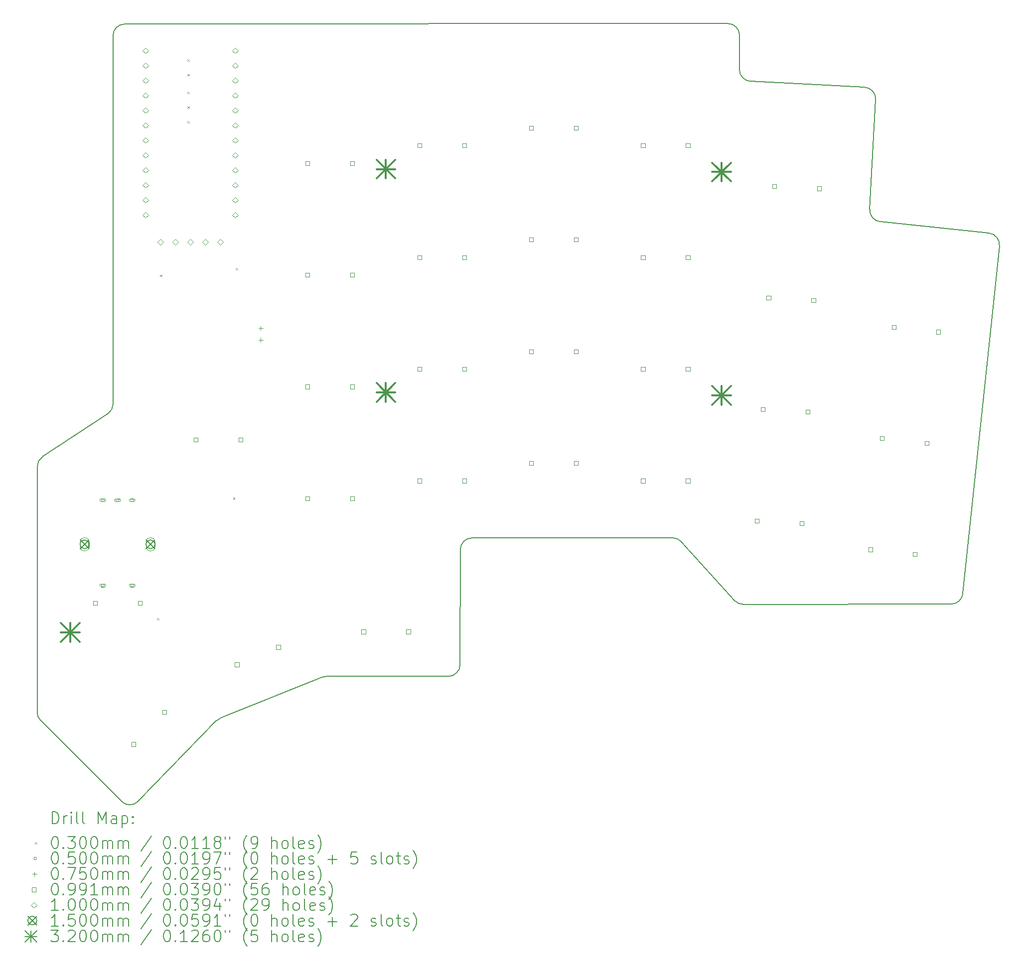
<source format=gbr>
%TF.GenerationSoftware,KiCad,Pcbnew,9.0.0*%
%TF.CreationDate,2025-04-09T21:05:46+02:00*%
%TF.ProjectId,right,72696768-742e-46b6-9963-61645f706362,1*%
%TF.SameCoordinates,Original*%
%TF.FileFunction,Drillmap*%
%TF.FilePolarity,Positive*%
%FSLAX45Y45*%
G04 Gerber Fmt 4.5, Leading zero omitted, Abs format (unit mm)*
G04 Created by KiCad (PCBNEW 9.0.0) date 2025-04-09 21:05:46*
%MOMM*%
%LPD*%
G01*
G04 APERTURE LIST*
%ADD10C,0.150000*%
%ADD11C,0.200000*%
%ADD12C,0.100000*%
%ADD13C,0.320000*%
G04 APERTURE END LIST*
D10*
X13191587Y-19477706D02*
X14564481Y-20850601D01*
X24866947Y-7624279D02*
X14620433Y-7631978D01*
X27279216Y-10784284D02*
X27380539Y-8918280D01*
X16178512Y-19479508D02*
G75*
G02*
X16247285Y-19433306I143488J-139302D01*
G01*
X13191587Y-19477706D02*
G75*
G02*
X13133011Y-19336285I141443J141426D01*
G01*
X29304692Y-11188125D02*
G75*
G02*
X29482694Y-11407936I-20902J-198905D01*
G01*
X20322584Y-16568702D02*
G75*
G02*
X20522584Y-16369134I199996J-428D01*
G01*
X25253994Y-8606180D02*
G75*
G02*
X25064458Y-8405547I10466J199730D01*
G01*
X20522584Y-16369127D02*
X23929148Y-16369127D01*
X20318432Y-18524552D02*
X20322584Y-16568702D01*
X14420584Y-7832053D02*
X14422966Y-14091487D01*
X13133007Y-15158719D02*
X13133007Y-19336285D01*
X24866947Y-7624279D02*
G75*
G02*
X25067099Y-7825185I153J-200001D01*
G01*
X27191301Y-8707710D02*
X25253994Y-8606180D01*
X14849398Y-20848495D02*
X16178512Y-19479508D01*
X28861776Y-17315537D02*
G75*
G02*
X28663118Y-17494631I-198897J20897D01*
G01*
X23929148Y-16369127D02*
G75*
G02*
X24077566Y-16435073I2J-199983D01*
G01*
X14849398Y-20848495D02*
G75*
G02*
X14564479Y-20850603I-143498J139315D01*
G01*
X25064463Y-8405547D02*
X25067095Y-7825185D01*
X14420584Y-7832053D02*
G75*
G02*
X14620433Y-7631984I199996J73D01*
G01*
X17972050Y-18738611D02*
G75*
G02*
X18046772Y-18724129I74720J-185519D01*
G01*
X27191301Y-8707710D02*
G75*
G02*
X27380541Y-8918280I-10471J-199730D01*
G01*
X13133007Y-15158719D02*
G75*
G02*
X13222786Y-14991833I199983J9D01*
G01*
X14422966Y-14091487D02*
G75*
G02*
X14333192Y-14258452I-199996J-83D01*
G01*
X14333189Y-14258449D02*
X13222785Y-14991833D01*
X20318432Y-18524552D02*
G75*
G02*
X20118433Y-18724132I-200002J422D01*
G01*
X25127629Y-17498987D02*
X28663118Y-17494631D01*
X27458016Y-10994032D02*
G75*
G02*
X27279217Y-10784284I20904J198902D01*
G01*
X24077569Y-16435071D02*
X24978962Y-17433044D01*
X29304692Y-11188125D02*
X27458016Y-10994032D01*
X16247285Y-19433307D02*
X17972050Y-18738611D01*
X18046772Y-18724128D02*
X20118433Y-18724128D01*
X28861776Y-17315537D02*
X29482691Y-11407936D01*
X25127629Y-17498987D02*
G75*
G02*
X24978964Y-17433043I-249J199987D01*
G01*
D11*
D12*
X15169557Y-17732427D02*
X15199557Y-17762427D01*
X15199557Y-17732427D02*
X15169557Y-17762427D01*
X15219557Y-11894506D02*
X15249557Y-11924506D01*
X15249557Y-11894506D02*
X15219557Y-11924506D01*
X15685000Y-8235000D02*
X15715000Y-8265000D01*
X15715000Y-8235000D02*
X15685000Y-8265000D01*
X15685000Y-8485000D02*
X15715000Y-8515000D01*
X15715000Y-8485000D02*
X15685000Y-8515000D01*
X15685000Y-8785000D02*
X15715000Y-8815000D01*
X15715000Y-8785000D02*
X15685000Y-8815000D01*
X15685000Y-9035000D02*
X15715000Y-9065000D01*
X15715000Y-9035000D02*
X15685000Y-9065000D01*
X15685000Y-9285000D02*
X15715000Y-9315000D01*
X15715000Y-9285000D02*
X15685000Y-9315000D01*
X16462242Y-15684127D02*
X16492242Y-15714127D01*
X16492242Y-15684127D02*
X16462242Y-15714127D01*
X16509980Y-11779949D02*
X16539980Y-11809949D01*
X16539980Y-11779949D02*
X16509980Y-11809949D01*
X14273008Y-15729128D02*
G75*
G02*
X14223008Y-15729128I-25000J0D01*
G01*
X14223008Y-15729128D02*
G75*
G02*
X14273008Y-15729128I25000J0D01*
G01*
X14273008Y-15704128D02*
X14223008Y-15704128D01*
X14223008Y-15754128D02*
G75*
G02*
X14223008Y-15704128I0J25000D01*
G01*
X14223008Y-15754128D02*
X14273008Y-15754128D01*
X14273008Y-15754128D02*
G75*
G03*
X14273008Y-15704128I0J25000D01*
G01*
X14273008Y-17179128D02*
G75*
G02*
X14223008Y-17179128I-25000J0D01*
G01*
X14223008Y-17179128D02*
G75*
G02*
X14273008Y-17179128I25000J0D01*
G01*
X14273008Y-17154128D02*
X14223008Y-17154128D01*
X14223008Y-17204128D02*
G75*
G02*
X14223008Y-17154128I0J25000D01*
G01*
X14223008Y-17204128D02*
X14273008Y-17204128D01*
X14273008Y-17204128D02*
G75*
G03*
X14273008Y-17154128I0J25000D01*
G01*
X14523008Y-15729128D02*
G75*
G02*
X14473008Y-15729128I-25000J0D01*
G01*
X14473008Y-15729128D02*
G75*
G02*
X14523008Y-15729128I25000J0D01*
G01*
X14523008Y-15704128D02*
X14473008Y-15704128D01*
X14473008Y-15754128D02*
G75*
G02*
X14473008Y-15704128I0J25000D01*
G01*
X14473008Y-15754128D02*
X14523008Y-15754128D01*
X14523008Y-15754128D02*
G75*
G03*
X14523008Y-15704128I0J25000D01*
G01*
X14773008Y-15729128D02*
G75*
G02*
X14723008Y-15729128I-25000J0D01*
G01*
X14723008Y-15729128D02*
G75*
G02*
X14773008Y-15729128I25000J0D01*
G01*
X14773008Y-15704128D02*
X14723008Y-15704128D01*
X14723008Y-15754128D02*
G75*
G02*
X14723008Y-15704128I0J25000D01*
G01*
X14723008Y-15754128D02*
X14773008Y-15754128D01*
X14773008Y-15754128D02*
G75*
G03*
X14773008Y-15704128I0J25000D01*
G01*
X14773008Y-17179128D02*
G75*
G02*
X14723008Y-17179128I-25000J0D01*
G01*
X14723008Y-17179128D02*
G75*
G02*
X14773008Y-17179128I25000J0D01*
G01*
X14773008Y-17154128D02*
X14723008Y-17154128D01*
X14723008Y-17204128D02*
G75*
G02*
X14723008Y-17154128I0J25000D01*
G01*
X14723008Y-17204128D02*
X14773008Y-17204128D01*
X14773008Y-17204128D02*
G75*
G03*
X14773008Y-17154128I0J25000D01*
G01*
X16933008Y-12766628D02*
X16933008Y-12841628D01*
X16895508Y-12804128D02*
X16970508Y-12804128D01*
X16933008Y-12966628D02*
X16933008Y-13041628D01*
X16895508Y-13004128D02*
X16970508Y-13004128D01*
X14152031Y-17514151D02*
X14152031Y-17444104D01*
X14081984Y-17444104D01*
X14081984Y-17514151D01*
X14152031Y-17514151D01*
X14802666Y-19912762D02*
X14802666Y-19842715D01*
X14732620Y-19842715D01*
X14732620Y-19912762D01*
X14802666Y-19912762D01*
X14914031Y-17514151D02*
X14914031Y-17444104D01*
X14843984Y-17444104D01*
X14843984Y-17514151D01*
X14914031Y-17514151D01*
X15331996Y-19364625D02*
X15331996Y-19294578D01*
X15261949Y-19294578D01*
X15261949Y-19364625D01*
X15331996Y-19364625D01*
X15862031Y-14734150D02*
X15862031Y-14664104D01*
X15791985Y-14664104D01*
X15791985Y-14734150D01*
X15862031Y-14734150D01*
X16562684Y-18558272D02*
X16562684Y-18488225D01*
X16492637Y-18488225D01*
X16492637Y-18558272D01*
X16562684Y-18558272D01*
X16624031Y-14734150D02*
X16624031Y-14664104D01*
X16553985Y-14664104D01*
X16553985Y-14734150D01*
X16624031Y-14734150D01*
X17264109Y-18260534D02*
X17264109Y-18190488D01*
X17194062Y-18190488D01*
X17194062Y-18260534D01*
X17264109Y-18260534D01*
X17762031Y-10034151D02*
X17762031Y-9964104D01*
X17691984Y-9964104D01*
X17691984Y-10034151D01*
X17762031Y-10034151D01*
X17762031Y-13834151D02*
X17762031Y-13764104D01*
X17691984Y-13764104D01*
X17691984Y-13834151D01*
X17762031Y-13834151D01*
X17762031Y-15734150D02*
X17762031Y-15664104D01*
X17691984Y-15664104D01*
X17691984Y-15734150D01*
X17762031Y-15734150D01*
X17762032Y-11934151D02*
X17762032Y-11864104D01*
X17691985Y-11864104D01*
X17691985Y-11934151D01*
X17762032Y-11934151D01*
X18524031Y-10034151D02*
X18524031Y-9964104D01*
X18453984Y-9964104D01*
X18453984Y-10034151D01*
X18524031Y-10034151D01*
X18524031Y-13834151D02*
X18524031Y-13764104D01*
X18453984Y-13764104D01*
X18453984Y-13834151D01*
X18524031Y-13834151D01*
X18524031Y-15734150D02*
X18524031Y-15664104D01*
X18453984Y-15664104D01*
X18453984Y-15734150D01*
X18524031Y-15734150D01*
X18524032Y-11934151D02*
X18524032Y-11864104D01*
X18453985Y-11864104D01*
X18453985Y-11934151D01*
X18524032Y-11934151D01*
X18712031Y-17999151D02*
X18712031Y-17929105D01*
X18641985Y-17929105D01*
X18641985Y-17999151D01*
X18712031Y-17999151D01*
X19474031Y-17999151D02*
X19474031Y-17929105D01*
X19403985Y-17929105D01*
X19403985Y-17999151D01*
X19474031Y-17999151D01*
X19662031Y-9734151D02*
X19662031Y-9664105D01*
X19591984Y-9664105D01*
X19591984Y-9734151D01*
X19662031Y-9734151D01*
X19662031Y-11634151D02*
X19662031Y-11564104D01*
X19591984Y-11564104D01*
X19591984Y-11634151D01*
X19662031Y-11634151D01*
X19662031Y-15434151D02*
X19662031Y-15364104D01*
X19591984Y-15364104D01*
X19591984Y-15434151D01*
X19662031Y-15434151D01*
X19662031Y-13534151D02*
X19662031Y-13464104D01*
X19591985Y-13464104D01*
X19591985Y-13534151D01*
X19662031Y-13534151D01*
X20424031Y-9734151D02*
X20424031Y-9664105D01*
X20353984Y-9664105D01*
X20353984Y-9734151D01*
X20424031Y-9734151D01*
X20424031Y-11634151D02*
X20424031Y-11564104D01*
X20353984Y-11564104D01*
X20353984Y-11634151D01*
X20424031Y-11634151D01*
X20424031Y-15434151D02*
X20424031Y-15364104D01*
X20353984Y-15364104D01*
X20353984Y-15434151D01*
X20424031Y-15434151D01*
X20424031Y-13534151D02*
X20424031Y-13464104D01*
X20353985Y-13464104D01*
X20353985Y-13534151D01*
X20424031Y-13534151D01*
X21562031Y-15134150D02*
X21562031Y-15064104D01*
X21491985Y-15064104D01*
X21491985Y-15134150D01*
X21562031Y-15134150D01*
X21562031Y-13234151D02*
X21562031Y-13164104D01*
X21491985Y-13164104D01*
X21491985Y-13234151D01*
X21562031Y-13234151D01*
X21562031Y-11334150D02*
X21562031Y-11264104D01*
X21491985Y-11264104D01*
X21491985Y-11334150D01*
X21562031Y-11334150D01*
X21562032Y-9434151D02*
X21562032Y-9364104D01*
X21491985Y-9364104D01*
X21491985Y-9434151D01*
X21562032Y-9434151D01*
X22324031Y-15134150D02*
X22324031Y-15064104D01*
X22253985Y-15064104D01*
X22253985Y-15134150D01*
X22324031Y-15134150D01*
X22324031Y-13234151D02*
X22324031Y-13164104D01*
X22253985Y-13164104D01*
X22253985Y-13234151D01*
X22324031Y-13234151D01*
X22324031Y-11334150D02*
X22324031Y-11264104D01*
X22253985Y-11264104D01*
X22253985Y-11334150D01*
X22324031Y-11334150D01*
X22324032Y-9434151D02*
X22324032Y-9364104D01*
X22253985Y-9364104D01*
X22253985Y-9434151D01*
X22324032Y-9434151D01*
X23462030Y-9734151D02*
X23462030Y-9664104D01*
X23391984Y-9664104D01*
X23391984Y-9734151D01*
X23462030Y-9734151D01*
X23462031Y-13534150D02*
X23462031Y-13464104D01*
X23391984Y-13464104D01*
X23391984Y-13534150D01*
X23462031Y-13534150D01*
X23462031Y-11634150D02*
X23462031Y-11564104D01*
X23391984Y-11564104D01*
X23391984Y-11634150D01*
X23462031Y-11634150D01*
X23462031Y-15434151D02*
X23462031Y-15364104D01*
X23391985Y-15364104D01*
X23391985Y-15434151D01*
X23462031Y-15434151D01*
X24224030Y-9734151D02*
X24224030Y-9664104D01*
X24153984Y-9664104D01*
X24153984Y-9734151D01*
X24224030Y-9734151D01*
X24224031Y-13534150D02*
X24224031Y-13464104D01*
X24153984Y-13464104D01*
X24153984Y-13534150D01*
X24224031Y-13534150D01*
X24224031Y-11634150D02*
X24224031Y-11564104D01*
X24153984Y-11564104D01*
X24153984Y-11634150D01*
X24224031Y-11634150D01*
X24224031Y-15434151D02*
X24224031Y-15364104D01*
X24153985Y-15364104D01*
X24153985Y-15434151D01*
X24224031Y-15434151D01*
X25397250Y-16117113D02*
X25397250Y-16047066D01*
X25327203Y-16047066D01*
X25327203Y-16117113D01*
X25397250Y-16117113D01*
X25496688Y-14219717D02*
X25496688Y-14149670D01*
X25426641Y-14149670D01*
X25426641Y-14219717D01*
X25496688Y-14219717D01*
X25596126Y-12322321D02*
X25596126Y-12252275D01*
X25526080Y-12252275D01*
X25526080Y-12322321D01*
X25596126Y-12322321D01*
X25695564Y-10424925D02*
X25695564Y-10354879D01*
X25625517Y-10354879D01*
X25625517Y-10424925D01*
X25695564Y-10424925D01*
X26158205Y-16156993D02*
X26158205Y-16086946D01*
X26088159Y-16086946D01*
X26088159Y-16156993D01*
X26158205Y-16156993D01*
X26257644Y-14259597D02*
X26257644Y-14189550D01*
X26187597Y-14189550D01*
X26187597Y-14259597D01*
X26257644Y-14259597D01*
X26357082Y-12362201D02*
X26357082Y-12292155D01*
X26287035Y-12292155D01*
X26287035Y-12362201D01*
X26357082Y-12362201D01*
X26456520Y-10464805D02*
X26456520Y-10394759D01*
X26386473Y-10394759D01*
X26386473Y-10464805D01*
X26456520Y-10464805D01*
X27325431Y-16602065D02*
X27325431Y-16532018D01*
X27255384Y-16532018D01*
X27255384Y-16602065D01*
X27325431Y-16602065D01*
X27524035Y-14712473D02*
X27524035Y-14642427D01*
X27453988Y-14642427D01*
X27453988Y-14712473D01*
X27524035Y-14712473D01*
X27722639Y-12822882D02*
X27722639Y-12752836D01*
X27652592Y-12752836D01*
X27652592Y-12822882D01*
X27722639Y-12822882D01*
X28083256Y-16681715D02*
X28083256Y-16611669D01*
X28013209Y-16611669D01*
X28013209Y-16681715D01*
X28083256Y-16681715D01*
X28281860Y-14792124D02*
X28281860Y-14722077D01*
X28211814Y-14722077D01*
X28211814Y-14792124D01*
X28281860Y-14792124D01*
X28480464Y-12902533D02*
X28480464Y-12832486D01*
X28410418Y-12832486D01*
X28410418Y-12902533D01*
X28480464Y-12902533D01*
X14971008Y-8134128D02*
X15021008Y-8084128D01*
X14971008Y-8034128D01*
X14921008Y-8084128D01*
X14971008Y-8134128D01*
X14971008Y-8388128D02*
X15021008Y-8338128D01*
X14971008Y-8288128D01*
X14921008Y-8338128D01*
X14971008Y-8388128D01*
X14971008Y-8642128D02*
X15021008Y-8592128D01*
X14971008Y-8542128D01*
X14921008Y-8592128D01*
X14971008Y-8642128D01*
X14971008Y-8896128D02*
X15021008Y-8846128D01*
X14971008Y-8796128D01*
X14921008Y-8846128D01*
X14971008Y-8896128D01*
X14971008Y-9150128D02*
X15021008Y-9100128D01*
X14971008Y-9050128D01*
X14921008Y-9100128D01*
X14971008Y-9150128D01*
X14971008Y-9404128D02*
X15021008Y-9354128D01*
X14971008Y-9304128D01*
X14921008Y-9354128D01*
X14971008Y-9404128D01*
X14971008Y-9658128D02*
X15021008Y-9608128D01*
X14971008Y-9558128D01*
X14921008Y-9608128D01*
X14971008Y-9658128D01*
X14971008Y-10166128D02*
X15021008Y-10116128D01*
X14971008Y-10066128D01*
X14921008Y-10116128D01*
X14971008Y-10166128D01*
X14971008Y-10420128D02*
X15021008Y-10370128D01*
X14971008Y-10320128D01*
X14921008Y-10370128D01*
X14971008Y-10420128D01*
X14971008Y-10674128D02*
X15021008Y-10624128D01*
X14971008Y-10574128D01*
X14921008Y-10624128D01*
X14971008Y-10674128D01*
X14971008Y-10928128D02*
X15021008Y-10878128D01*
X14971008Y-10828128D01*
X14921008Y-10878128D01*
X14971008Y-10928128D01*
X14971008Y-9912128D02*
X15021008Y-9862128D01*
X14971008Y-9812128D01*
X14921008Y-9862128D01*
X14971008Y-9912128D01*
X15225007Y-11389127D02*
X15275007Y-11339127D01*
X15225007Y-11289127D01*
X15175007Y-11339127D01*
X15225007Y-11389127D01*
X15479008Y-11389127D02*
X15529008Y-11339127D01*
X15479008Y-11289127D01*
X15429008Y-11339127D01*
X15479008Y-11389127D01*
X15733008Y-11389127D02*
X15783008Y-11339127D01*
X15733008Y-11289127D01*
X15683008Y-11339127D01*
X15733008Y-11389127D01*
X15987008Y-11389127D02*
X16037008Y-11339127D01*
X15987008Y-11289127D01*
X15937008Y-11339127D01*
X15987008Y-11389127D01*
X16241008Y-11389127D02*
X16291008Y-11339127D01*
X16241008Y-11289127D01*
X16191008Y-11339127D01*
X16241008Y-11389127D01*
X16495008Y-10928128D02*
X16545008Y-10878128D01*
X16495008Y-10828128D01*
X16445008Y-10878128D01*
X16495008Y-10928128D01*
X16495008Y-8896128D02*
X16545008Y-8846128D01*
X16495008Y-8796128D01*
X16445008Y-8846128D01*
X16495008Y-8896128D01*
X16495008Y-8134128D02*
X16545008Y-8084128D01*
X16495008Y-8034128D01*
X16445008Y-8084128D01*
X16495008Y-8134128D01*
X16495008Y-8388128D02*
X16545008Y-8338128D01*
X16495008Y-8288128D01*
X16445008Y-8338128D01*
X16495008Y-8388128D01*
X16495008Y-8642128D02*
X16545008Y-8592128D01*
X16495008Y-8542128D01*
X16445008Y-8592128D01*
X16495008Y-8642128D01*
X16495008Y-9150128D02*
X16545008Y-9100128D01*
X16495008Y-9050128D01*
X16445008Y-9100128D01*
X16495008Y-9150128D01*
X16495008Y-9404128D02*
X16545008Y-9354128D01*
X16495008Y-9304128D01*
X16445008Y-9354128D01*
X16495008Y-9404128D01*
X16495008Y-9658128D02*
X16545008Y-9608128D01*
X16495008Y-9558128D01*
X16445008Y-9608128D01*
X16495008Y-9658128D01*
X16495008Y-9912128D02*
X16545008Y-9862128D01*
X16495008Y-9812128D01*
X16445008Y-9862128D01*
X16495008Y-9912128D01*
X16495008Y-10166128D02*
X16545008Y-10116128D01*
X16495008Y-10066128D01*
X16445008Y-10116128D01*
X16495008Y-10166128D01*
X16495008Y-10420128D02*
X16545008Y-10370128D01*
X16495008Y-10320128D01*
X16445008Y-10370128D01*
X16495008Y-10420128D01*
X16495008Y-10674128D02*
X16545008Y-10624128D01*
X16495008Y-10574128D01*
X16445008Y-10624128D01*
X16495008Y-10674128D01*
D10*
X13863008Y-16404128D02*
X14013008Y-16554128D01*
X14013008Y-16404128D02*
X13863008Y-16554128D01*
X14013008Y-16479128D02*
G75*
G02*
X13863008Y-16479128I-75000J0D01*
G01*
X13863008Y-16479128D02*
G75*
G02*
X14013008Y-16479128I75000J0D01*
G01*
D12*
X14013008Y-16519128D02*
X14013008Y-16439128D01*
X13863008Y-16439128D02*
G75*
G02*
X14013008Y-16439128I75000J0D01*
G01*
X13863008Y-16439128D02*
X13863008Y-16519128D01*
X13863008Y-16519128D02*
G75*
G03*
X14013008Y-16519128I75000J0D01*
G01*
D10*
X14983008Y-16404128D02*
X15133008Y-16554128D01*
X15133008Y-16404128D02*
X14983008Y-16554128D01*
X15133008Y-16479128D02*
G75*
G02*
X14983008Y-16479128I-75000J0D01*
G01*
X14983008Y-16479128D02*
G75*
G02*
X15133008Y-16479128I75000J0D01*
G01*
D12*
X15133008Y-16519128D02*
X15133008Y-16439128D01*
X14983008Y-16439128D02*
G75*
G02*
X15133008Y-16439128I75000J0D01*
G01*
X14983008Y-16439128D02*
X14983008Y-16519128D01*
X14983008Y-16519128D02*
G75*
G03*
X15133008Y-16519128I75000J0D01*
G01*
D13*
X13538008Y-17819127D02*
X13858008Y-18139127D01*
X13858008Y-17819127D02*
X13538008Y-18139127D01*
X13698008Y-17819127D02*
X13698008Y-18139127D01*
X13538008Y-17979127D02*
X13858008Y-17979127D01*
X18898008Y-9939127D02*
X19218008Y-10259127D01*
X19218008Y-9939127D02*
X18898008Y-10259127D01*
X19058008Y-9939127D02*
X19058008Y-10259127D01*
X18898008Y-10099127D02*
X19218008Y-10099127D01*
X18898008Y-13739127D02*
X19218008Y-14059127D01*
X19218008Y-13739127D02*
X18898008Y-14059127D01*
X19058008Y-13739127D02*
X19058008Y-14059127D01*
X18898008Y-13899127D02*
X19218008Y-13899127D01*
X24598007Y-13789127D02*
X24918007Y-14109127D01*
X24918007Y-13789127D02*
X24598007Y-14109127D01*
X24758007Y-13789127D02*
X24758007Y-14109127D01*
X24598007Y-13949127D02*
X24918007Y-13949127D01*
X24598008Y-9989128D02*
X24918008Y-10309128D01*
X24918008Y-9989128D02*
X24598008Y-10309128D01*
X24758008Y-9989128D02*
X24758008Y-10309128D01*
X24598008Y-10149128D02*
X24918008Y-10149128D01*
D11*
X13386284Y-21228165D02*
X13386284Y-21028165D01*
X13386284Y-21028165D02*
X13433903Y-21028165D01*
X13433903Y-21028165D02*
X13462474Y-21037689D01*
X13462474Y-21037689D02*
X13481522Y-21056736D01*
X13481522Y-21056736D02*
X13491046Y-21075784D01*
X13491046Y-21075784D02*
X13500570Y-21113879D01*
X13500570Y-21113879D02*
X13500570Y-21142451D01*
X13500570Y-21142451D02*
X13491046Y-21180546D01*
X13491046Y-21180546D02*
X13481522Y-21199593D01*
X13481522Y-21199593D02*
X13462474Y-21218641D01*
X13462474Y-21218641D02*
X13433903Y-21228165D01*
X13433903Y-21228165D02*
X13386284Y-21228165D01*
X13586284Y-21228165D02*
X13586284Y-21094831D01*
X13586284Y-21132927D02*
X13595808Y-21113879D01*
X13595808Y-21113879D02*
X13605332Y-21104355D01*
X13605332Y-21104355D02*
X13624379Y-21094831D01*
X13624379Y-21094831D02*
X13643427Y-21094831D01*
X13710093Y-21228165D02*
X13710093Y-21094831D01*
X13710093Y-21028165D02*
X13700570Y-21037689D01*
X13700570Y-21037689D02*
X13710093Y-21047212D01*
X13710093Y-21047212D02*
X13719617Y-21037689D01*
X13719617Y-21037689D02*
X13710093Y-21028165D01*
X13710093Y-21028165D02*
X13710093Y-21047212D01*
X13833903Y-21228165D02*
X13814855Y-21218641D01*
X13814855Y-21218641D02*
X13805332Y-21199593D01*
X13805332Y-21199593D02*
X13805332Y-21028165D01*
X13938665Y-21228165D02*
X13919617Y-21218641D01*
X13919617Y-21218641D02*
X13910093Y-21199593D01*
X13910093Y-21199593D02*
X13910093Y-21028165D01*
X14167236Y-21228165D02*
X14167236Y-21028165D01*
X14167236Y-21028165D02*
X14233903Y-21171022D01*
X14233903Y-21171022D02*
X14300570Y-21028165D01*
X14300570Y-21028165D02*
X14300570Y-21228165D01*
X14481522Y-21228165D02*
X14481522Y-21123403D01*
X14481522Y-21123403D02*
X14471998Y-21104355D01*
X14471998Y-21104355D02*
X14452951Y-21094831D01*
X14452951Y-21094831D02*
X14414855Y-21094831D01*
X14414855Y-21094831D02*
X14395808Y-21104355D01*
X14481522Y-21218641D02*
X14462474Y-21228165D01*
X14462474Y-21228165D02*
X14414855Y-21228165D01*
X14414855Y-21228165D02*
X14395808Y-21218641D01*
X14395808Y-21218641D02*
X14386284Y-21199593D01*
X14386284Y-21199593D02*
X14386284Y-21180546D01*
X14386284Y-21180546D02*
X14395808Y-21161498D01*
X14395808Y-21161498D02*
X14414855Y-21151974D01*
X14414855Y-21151974D02*
X14462474Y-21151974D01*
X14462474Y-21151974D02*
X14481522Y-21142451D01*
X14576760Y-21094831D02*
X14576760Y-21294831D01*
X14576760Y-21104355D02*
X14595808Y-21094831D01*
X14595808Y-21094831D02*
X14633903Y-21094831D01*
X14633903Y-21094831D02*
X14652951Y-21104355D01*
X14652951Y-21104355D02*
X14662474Y-21113879D01*
X14662474Y-21113879D02*
X14671998Y-21132927D01*
X14671998Y-21132927D02*
X14671998Y-21190070D01*
X14671998Y-21190070D02*
X14662474Y-21209117D01*
X14662474Y-21209117D02*
X14652951Y-21218641D01*
X14652951Y-21218641D02*
X14633903Y-21228165D01*
X14633903Y-21228165D02*
X14595808Y-21228165D01*
X14595808Y-21228165D02*
X14576760Y-21218641D01*
X14757713Y-21209117D02*
X14767236Y-21218641D01*
X14767236Y-21218641D02*
X14757713Y-21228165D01*
X14757713Y-21228165D02*
X14748189Y-21218641D01*
X14748189Y-21218641D02*
X14757713Y-21209117D01*
X14757713Y-21209117D02*
X14757713Y-21228165D01*
X14757713Y-21104355D02*
X14767236Y-21113879D01*
X14767236Y-21113879D02*
X14757713Y-21123403D01*
X14757713Y-21123403D02*
X14748189Y-21113879D01*
X14748189Y-21113879D02*
X14757713Y-21104355D01*
X14757713Y-21104355D02*
X14757713Y-21123403D01*
D12*
X13095507Y-21541681D02*
X13125507Y-21571681D01*
X13125507Y-21541681D02*
X13095507Y-21571681D01*
D11*
X13424379Y-21448165D02*
X13443427Y-21448165D01*
X13443427Y-21448165D02*
X13462474Y-21457689D01*
X13462474Y-21457689D02*
X13471998Y-21467212D01*
X13471998Y-21467212D02*
X13481522Y-21486260D01*
X13481522Y-21486260D02*
X13491046Y-21524355D01*
X13491046Y-21524355D02*
X13491046Y-21571974D01*
X13491046Y-21571974D02*
X13481522Y-21610070D01*
X13481522Y-21610070D02*
X13471998Y-21629117D01*
X13471998Y-21629117D02*
X13462474Y-21638641D01*
X13462474Y-21638641D02*
X13443427Y-21648165D01*
X13443427Y-21648165D02*
X13424379Y-21648165D01*
X13424379Y-21648165D02*
X13405332Y-21638641D01*
X13405332Y-21638641D02*
X13395808Y-21629117D01*
X13395808Y-21629117D02*
X13386284Y-21610070D01*
X13386284Y-21610070D02*
X13376760Y-21571974D01*
X13376760Y-21571974D02*
X13376760Y-21524355D01*
X13376760Y-21524355D02*
X13386284Y-21486260D01*
X13386284Y-21486260D02*
X13395808Y-21467212D01*
X13395808Y-21467212D02*
X13405332Y-21457689D01*
X13405332Y-21457689D02*
X13424379Y-21448165D01*
X13576760Y-21629117D02*
X13586284Y-21638641D01*
X13586284Y-21638641D02*
X13576760Y-21648165D01*
X13576760Y-21648165D02*
X13567236Y-21638641D01*
X13567236Y-21638641D02*
X13576760Y-21629117D01*
X13576760Y-21629117D02*
X13576760Y-21648165D01*
X13652951Y-21448165D02*
X13776760Y-21448165D01*
X13776760Y-21448165D02*
X13710093Y-21524355D01*
X13710093Y-21524355D02*
X13738665Y-21524355D01*
X13738665Y-21524355D02*
X13757713Y-21533879D01*
X13757713Y-21533879D02*
X13767236Y-21543403D01*
X13767236Y-21543403D02*
X13776760Y-21562451D01*
X13776760Y-21562451D02*
X13776760Y-21610070D01*
X13776760Y-21610070D02*
X13767236Y-21629117D01*
X13767236Y-21629117D02*
X13757713Y-21638641D01*
X13757713Y-21638641D02*
X13738665Y-21648165D01*
X13738665Y-21648165D02*
X13681522Y-21648165D01*
X13681522Y-21648165D02*
X13662474Y-21638641D01*
X13662474Y-21638641D02*
X13652951Y-21629117D01*
X13900570Y-21448165D02*
X13919617Y-21448165D01*
X13919617Y-21448165D02*
X13938665Y-21457689D01*
X13938665Y-21457689D02*
X13948189Y-21467212D01*
X13948189Y-21467212D02*
X13957713Y-21486260D01*
X13957713Y-21486260D02*
X13967236Y-21524355D01*
X13967236Y-21524355D02*
X13967236Y-21571974D01*
X13967236Y-21571974D02*
X13957713Y-21610070D01*
X13957713Y-21610070D02*
X13948189Y-21629117D01*
X13948189Y-21629117D02*
X13938665Y-21638641D01*
X13938665Y-21638641D02*
X13919617Y-21648165D01*
X13919617Y-21648165D02*
X13900570Y-21648165D01*
X13900570Y-21648165D02*
X13881522Y-21638641D01*
X13881522Y-21638641D02*
X13871998Y-21629117D01*
X13871998Y-21629117D02*
X13862474Y-21610070D01*
X13862474Y-21610070D02*
X13852951Y-21571974D01*
X13852951Y-21571974D02*
X13852951Y-21524355D01*
X13852951Y-21524355D02*
X13862474Y-21486260D01*
X13862474Y-21486260D02*
X13871998Y-21467212D01*
X13871998Y-21467212D02*
X13881522Y-21457689D01*
X13881522Y-21457689D02*
X13900570Y-21448165D01*
X14091046Y-21448165D02*
X14110094Y-21448165D01*
X14110094Y-21448165D02*
X14129141Y-21457689D01*
X14129141Y-21457689D02*
X14138665Y-21467212D01*
X14138665Y-21467212D02*
X14148189Y-21486260D01*
X14148189Y-21486260D02*
X14157713Y-21524355D01*
X14157713Y-21524355D02*
X14157713Y-21571974D01*
X14157713Y-21571974D02*
X14148189Y-21610070D01*
X14148189Y-21610070D02*
X14138665Y-21629117D01*
X14138665Y-21629117D02*
X14129141Y-21638641D01*
X14129141Y-21638641D02*
X14110094Y-21648165D01*
X14110094Y-21648165D02*
X14091046Y-21648165D01*
X14091046Y-21648165D02*
X14071998Y-21638641D01*
X14071998Y-21638641D02*
X14062474Y-21629117D01*
X14062474Y-21629117D02*
X14052951Y-21610070D01*
X14052951Y-21610070D02*
X14043427Y-21571974D01*
X14043427Y-21571974D02*
X14043427Y-21524355D01*
X14043427Y-21524355D02*
X14052951Y-21486260D01*
X14052951Y-21486260D02*
X14062474Y-21467212D01*
X14062474Y-21467212D02*
X14071998Y-21457689D01*
X14071998Y-21457689D02*
X14091046Y-21448165D01*
X14243427Y-21648165D02*
X14243427Y-21514831D01*
X14243427Y-21533879D02*
X14252951Y-21524355D01*
X14252951Y-21524355D02*
X14271998Y-21514831D01*
X14271998Y-21514831D02*
X14300570Y-21514831D01*
X14300570Y-21514831D02*
X14319617Y-21524355D01*
X14319617Y-21524355D02*
X14329141Y-21543403D01*
X14329141Y-21543403D02*
X14329141Y-21648165D01*
X14329141Y-21543403D02*
X14338665Y-21524355D01*
X14338665Y-21524355D02*
X14357713Y-21514831D01*
X14357713Y-21514831D02*
X14386284Y-21514831D01*
X14386284Y-21514831D02*
X14405332Y-21524355D01*
X14405332Y-21524355D02*
X14414855Y-21543403D01*
X14414855Y-21543403D02*
X14414855Y-21648165D01*
X14510094Y-21648165D02*
X14510094Y-21514831D01*
X14510094Y-21533879D02*
X14519617Y-21524355D01*
X14519617Y-21524355D02*
X14538665Y-21514831D01*
X14538665Y-21514831D02*
X14567236Y-21514831D01*
X14567236Y-21514831D02*
X14586284Y-21524355D01*
X14586284Y-21524355D02*
X14595808Y-21543403D01*
X14595808Y-21543403D02*
X14595808Y-21648165D01*
X14595808Y-21543403D02*
X14605332Y-21524355D01*
X14605332Y-21524355D02*
X14624379Y-21514831D01*
X14624379Y-21514831D02*
X14652951Y-21514831D01*
X14652951Y-21514831D02*
X14671998Y-21524355D01*
X14671998Y-21524355D02*
X14681522Y-21543403D01*
X14681522Y-21543403D02*
X14681522Y-21648165D01*
X15071998Y-21438641D02*
X14900570Y-21695784D01*
X15329141Y-21448165D02*
X15348189Y-21448165D01*
X15348189Y-21448165D02*
X15367237Y-21457689D01*
X15367237Y-21457689D02*
X15376760Y-21467212D01*
X15376760Y-21467212D02*
X15386284Y-21486260D01*
X15386284Y-21486260D02*
X15395808Y-21524355D01*
X15395808Y-21524355D02*
X15395808Y-21571974D01*
X15395808Y-21571974D02*
X15386284Y-21610070D01*
X15386284Y-21610070D02*
X15376760Y-21629117D01*
X15376760Y-21629117D02*
X15367237Y-21638641D01*
X15367237Y-21638641D02*
X15348189Y-21648165D01*
X15348189Y-21648165D02*
X15329141Y-21648165D01*
X15329141Y-21648165D02*
X15310094Y-21638641D01*
X15310094Y-21638641D02*
X15300570Y-21629117D01*
X15300570Y-21629117D02*
X15291046Y-21610070D01*
X15291046Y-21610070D02*
X15281522Y-21571974D01*
X15281522Y-21571974D02*
X15281522Y-21524355D01*
X15281522Y-21524355D02*
X15291046Y-21486260D01*
X15291046Y-21486260D02*
X15300570Y-21467212D01*
X15300570Y-21467212D02*
X15310094Y-21457689D01*
X15310094Y-21457689D02*
X15329141Y-21448165D01*
X15481522Y-21629117D02*
X15491046Y-21638641D01*
X15491046Y-21638641D02*
X15481522Y-21648165D01*
X15481522Y-21648165D02*
X15471998Y-21638641D01*
X15471998Y-21638641D02*
X15481522Y-21629117D01*
X15481522Y-21629117D02*
X15481522Y-21648165D01*
X15614856Y-21448165D02*
X15633903Y-21448165D01*
X15633903Y-21448165D02*
X15652951Y-21457689D01*
X15652951Y-21457689D02*
X15662475Y-21467212D01*
X15662475Y-21467212D02*
X15671998Y-21486260D01*
X15671998Y-21486260D02*
X15681522Y-21524355D01*
X15681522Y-21524355D02*
X15681522Y-21571974D01*
X15681522Y-21571974D02*
X15671998Y-21610070D01*
X15671998Y-21610070D02*
X15662475Y-21629117D01*
X15662475Y-21629117D02*
X15652951Y-21638641D01*
X15652951Y-21638641D02*
X15633903Y-21648165D01*
X15633903Y-21648165D02*
X15614856Y-21648165D01*
X15614856Y-21648165D02*
X15595808Y-21638641D01*
X15595808Y-21638641D02*
X15586284Y-21629117D01*
X15586284Y-21629117D02*
X15576760Y-21610070D01*
X15576760Y-21610070D02*
X15567237Y-21571974D01*
X15567237Y-21571974D02*
X15567237Y-21524355D01*
X15567237Y-21524355D02*
X15576760Y-21486260D01*
X15576760Y-21486260D02*
X15586284Y-21467212D01*
X15586284Y-21467212D02*
X15595808Y-21457689D01*
X15595808Y-21457689D02*
X15614856Y-21448165D01*
X15871998Y-21648165D02*
X15757713Y-21648165D01*
X15814856Y-21648165D02*
X15814856Y-21448165D01*
X15814856Y-21448165D02*
X15795808Y-21476736D01*
X15795808Y-21476736D02*
X15776760Y-21495784D01*
X15776760Y-21495784D02*
X15757713Y-21505308D01*
X16062475Y-21648165D02*
X15948189Y-21648165D01*
X16005332Y-21648165D02*
X16005332Y-21448165D01*
X16005332Y-21448165D02*
X15986284Y-21476736D01*
X15986284Y-21476736D02*
X15967237Y-21495784D01*
X15967237Y-21495784D02*
X15948189Y-21505308D01*
X16176760Y-21533879D02*
X16157713Y-21524355D01*
X16157713Y-21524355D02*
X16148189Y-21514831D01*
X16148189Y-21514831D02*
X16138665Y-21495784D01*
X16138665Y-21495784D02*
X16138665Y-21486260D01*
X16138665Y-21486260D02*
X16148189Y-21467212D01*
X16148189Y-21467212D02*
X16157713Y-21457689D01*
X16157713Y-21457689D02*
X16176760Y-21448165D01*
X16176760Y-21448165D02*
X16214856Y-21448165D01*
X16214856Y-21448165D02*
X16233903Y-21457689D01*
X16233903Y-21457689D02*
X16243427Y-21467212D01*
X16243427Y-21467212D02*
X16252951Y-21486260D01*
X16252951Y-21486260D02*
X16252951Y-21495784D01*
X16252951Y-21495784D02*
X16243427Y-21514831D01*
X16243427Y-21514831D02*
X16233903Y-21524355D01*
X16233903Y-21524355D02*
X16214856Y-21533879D01*
X16214856Y-21533879D02*
X16176760Y-21533879D01*
X16176760Y-21533879D02*
X16157713Y-21543403D01*
X16157713Y-21543403D02*
X16148189Y-21552927D01*
X16148189Y-21552927D02*
X16138665Y-21571974D01*
X16138665Y-21571974D02*
X16138665Y-21610070D01*
X16138665Y-21610070D02*
X16148189Y-21629117D01*
X16148189Y-21629117D02*
X16157713Y-21638641D01*
X16157713Y-21638641D02*
X16176760Y-21648165D01*
X16176760Y-21648165D02*
X16214856Y-21648165D01*
X16214856Y-21648165D02*
X16233903Y-21638641D01*
X16233903Y-21638641D02*
X16243427Y-21629117D01*
X16243427Y-21629117D02*
X16252951Y-21610070D01*
X16252951Y-21610070D02*
X16252951Y-21571974D01*
X16252951Y-21571974D02*
X16243427Y-21552927D01*
X16243427Y-21552927D02*
X16233903Y-21543403D01*
X16233903Y-21543403D02*
X16214856Y-21533879D01*
X16329141Y-21448165D02*
X16329141Y-21486260D01*
X16405332Y-21448165D02*
X16405332Y-21486260D01*
X16700570Y-21724355D02*
X16691046Y-21714831D01*
X16691046Y-21714831D02*
X16671999Y-21686260D01*
X16671999Y-21686260D02*
X16662475Y-21667212D01*
X16662475Y-21667212D02*
X16652951Y-21638641D01*
X16652951Y-21638641D02*
X16643427Y-21591022D01*
X16643427Y-21591022D02*
X16643427Y-21552927D01*
X16643427Y-21552927D02*
X16652951Y-21505308D01*
X16652951Y-21505308D02*
X16662475Y-21476736D01*
X16662475Y-21476736D02*
X16671999Y-21457689D01*
X16671999Y-21457689D02*
X16691046Y-21429117D01*
X16691046Y-21429117D02*
X16700570Y-21419593D01*
X16786284Y-21648165D02*
X16824380Y-21648165D01*
X16824380Y-21648165D02*
X16843427Y-21638641D01*
X16843427Y-21638641D02*
X16852951Y-21629117D01*
X16852951Y-21629117D02*
X16871999Y-21600546D01*
X16871999Y-21600546D02*
X16881522Y-21562451D01*
X16881522Y-21562451D02*
X16881522Y-21486260D01*
X16881522Y-21486260D02*
X16871999Y-21467212D01*
X16871999Y-21467212D02*
X16862475Y-21457689D01*
X16862475Y-21457689D02*
X16843427Y-21448165D01*
X16843427Y-21448165D02*
X16805332Y-21448165D01*
X16805332Y-21448165D02*
X16786284Y-21457689D01*
X16786284Y-21457689D02*
X16776760Y-21467212D01*
X16776760Y-21467212D02*
X16767237Y-21486260D01*
X16767237Y-21486260D02*
X16767237Y-21533879D01*
X16767237Y-21533879D02*
X16776760Y-21552927D01*
X16776760Y-21552927D02*
X16786284Y-21562451D01*
X16786284Y-21562451D02*
X16805332Y-21571974D01*
X16805332Y-21571974D02*
X16843427Y-21571974D01*
X16843427Y-21571974D02*
X16862475Y-21562451D01*
X16862475Y-21562451D02*
X16871999Y-21552927D01*
X16871999Y-21552927D02*
X16881522Y-21533879D01*
X17119618Y-21648165D02*
X17119618Y-21448165D01*
X17205332Y-21648165D02*
X17205332Y-21543403D01*
X17205332Y-21543403D02*
X17195808Y-21524355D01*
X17195808Y-21524355D02*
X17176761Y-21514831D01*
X17176761Y-21514831D02*
X17148189Y-21514831D01*
X17148189Y-21514831D02*
X17129142Y-21524355D01*
X17129142Y-21524355D02*
X17119618Y-21533879D01*
X17329142Y-21648165D02*
X17310094Y-21638641D01*
X17310094Y-21638641D02*
X17300570Y-21629117D01*
X17300570Y-21629117D02*
X17291046Y-21610070D01*
X17291046Y-21610070D02*
X17291046Y-21552927D01*
X17291046Y-21552927D02*
X17300570Y-21533879D01*
X17300570Y-21533879D02*
X17310094Y-21524355D01*
X17310094Y-21524355D02*
X17329142Y-21514831D01*
X17329142Y-21514831D02*
X17357713Y-21514831D01*
X17357713Y-21514831D02*
X17376761Y-21524355D01*
X17376761Y-21524355D02*
X17386284Y-21533879D01*
X17386284Y-21533879D02*
X17395808Y-21552927D01*
X17395808Y-21552927D02*
X17395808Y-21610070D01*
X17395808Y-21610070D02*
X17386284Y-21629117D01*
X17386284Y-21629117D02*
X17376761Y-21638641D01*
X17376761Y-21638641D02*
X17357713Y-21648165D01*
X17357713Y-21648165D02*
X17329142Y-21648165D01*
X17510094Y-21648165D02*
X17491046Y-21638641D01*
X17491046Y-21638641D02*
X17481523Y-21619593D01*
X17481523Y-21619593D02*
X17481523Y-21448165D01*
X17662475Y-21638641D02*
X17643427Y-21648165D01*
X17643427Y-21648165D02*
X17605332Y-21648165D01*
X17605332Y-21648165D02*
X17586284Y-21638641D01*
X17586284Y-21638641D02*
X17576761Y-21619593D01*
X17576761Y-21619593D02*
X17576761Y-21543403D01*
X17576761Y-21543403D02*
X17586284Y-21524355D01*
X17586284Y-21524355D02*
X17605332Y-21514831D01*
X17605332Y-21514831D02*
X17643427Y-21514831D01*
X17643427Y-21514831D02*
X17662475Y-21524355D01*
X17662475Y-21524355D02*
X17671999Y-21543403D01*
X17671999Y-21543403D02*
X17671999Y-21562451D01*
X17671999Y-21562451D02*
X17576761Y-21581498D01*
X17748189Y-21638641D02*
X17767237Y-21648165D01*
X17767237Y-21648165D02*
X17805332Y-21648165D01*
X17805332Y-21648165D02*
X17824380Y-21638641D01*
X17824380Y-21638641D02*
X17833904Y-21619593D01*
X17833904Y-21619593D02*
X17833904Y-21610070D01*
X17833904Y-21610070D02*
X17824380Y-21591022D01*
X17824380Y-21591022D02*
X17805332Y-21581498D01*
X17805332Y-21581498D02*
X17776761Y-21581498D01*
X17776761Y-21581498D02*
X17757713Y-21571974D01*
X17757713Y-21571974D02*
X17748189Y-21552927D01*
X17748189Y-21552927D02*
X17748189Y-21543403D01*
X17748189Y-21543403D02*
X17757713Y-21524355D01*
X17757713Y-21524355D02*
X17776761Y-21514831D01*
X17776761Y-21514831D02*
X17805332Y-21514831D01*
X17805332Y-21514831D02*
X17824380Y-21524355D01*
X17900570Y-21724355D02*
X17910094Y-21714831D01*
X17910094Y-21714831D02*
X17929142Y-21686260D01*
X17929142Y-21686260D02*
X17938665Y-21667212D01*
X17938665Y-21667212D02*
X17948189Y-21638641D01*
X17948189Y-21638641D02*
X17957713Y-21591022D01*
X17957713Y-21591022D02*
X17957713Y-21552927D01*
X17957713Y-21552927D02*
X17948189Y-21505308D01*
X17948189Y-21505308D02*
X17938665Y-21476736D01*
X17938665Y-21476736D02*
X17929142Y-21457689D01*
X17929142Y-21457689D02*
X17910094Y-21429117D01*
X17910094Y-21429117D02*
X17900570Y-21419593D01*
D12*
X13125507Y-21820681D02*
G75*
G02*
X13075507Y-21820681I-25000J0D01*
G01*
X13075507Y-21820681D02*
G75*
G02*
X13125507Y-21820681I25000J0D01*
G01*
D11*
X13424379Y-21712165D02*
X13443427Y-21712165D01*
X13443427Y-21712165D02*
X13462474Y-21721689D01*
X13462474Y-21721689D02*
X13471998Y-21731212D01*
X13471998Y-21731212D02*
X13481522Y-21750260D01*
X13481522Y-21750260D02*
X13491046Y-21788355D01*
X13491046Y-21788355D02*
X13491046Y-21835974D01*
X13491046Y-21835974D02*
X13481522Y-21874070D01*
X13481522Y-21874070D02*
X13471998Y-21893117D01*
X13471998Y-21893117D02*
X13462474Y-21902641D01*
X13462474Y-21902641D02*
X13443427Y-21912165D01*
X13443427Y-21912165D02*
X13424379Y-21912165D01*
X13424379Y-21912165D02*
X13405332Y-21902641D01*
X13405332Y-21902641D02*
X13395808Y-21893117D01*
X13395808Y-21893117D02*
X13386284Y-21874070D01*
X13386284Y-21874070D02*
X13376760Y-21835974D01*
X13376760Y-21835974D02*
X13376760Y-21788355D01*
X13376760Y-21788355D02*
X13386284Y-21750260D01*
X13386284Y-21750260D02*
X13395808Y-21731212D01*
X13395808Y-21731212D02*
X13405332Y-21721689D01*
X13405332Y-21721689D02*
X13424379Y-21712165D01*
X13576760Y-21893117D02*
X13586284Y-21902641D01*
X13586284Y-21902641D02*
X13576760Y-21912165D01*
X13576760Y-21912165D02*
X13567236Y-21902641D01*
X13567236Y-21902641D02*
X13576760Y-21893117D01*
X13576760Y-21893117D02*
X13576760Y-21912165D01*
X13767236Y-21712165D02*
X13671998Y-21712165D01*
X13671998Y-21712165D02*
X13662474Y-21807403D01*
X13662474Y-21807403D02*
X13671998Y-21797879D01*
X13671998Y-21797879D02*
X13691046Y-21788355D01*
X13691046Y-21788355D02*
X13738665Y-21788355D01*
X13738665Y-21788355D02*
X13757713Y-21797879D01*
X13757713Y-21797879D02*
X13767236Y-21807403D01*
X13767236Y-21807403D02*
X13776760Y-21826451D01*
X13776760Y-21826451D02*
X13776760Y-21874070D01*
X13776760Y-21874070D02*
X13767236Y-21893117D01*
X13767236Y-21893117D02*
X13757713Y-21902641D01*
X13757713Y-21902641D02*
X13738665Y-21912165D01*
X13738665Y-21912165D02*
X13691046Y-21912165D01*
X13691046Y-21912165D02*
X13671998Y-21902641D01*
X13671998Y-21902641D02*
X13662474Y-21893117D01*
X13900570Y-21712165D02*
X13919617Y-21712165D01*
X13919617Y-21712165D02*
X13938665Y-21721689D01*
X13938665Y-21721689D02*
X13948189Y-21731212D01*
X13948189Y-21731212D02*
X13957713Y-21750260D01*
X13957713Y-21750260D02*
X13967236Y-21788355D01*
X13967236Y-21788355D02*
X13967236Y-21835974D01*
X13967236Y-21835974D02*
X13957713Y-21874070D01*
X13957713Y-21874070D02*
X13948189Y-21893117D01*
X13948189Y-21893117D02*
X13938665Y-21902641D01*
X13938665Y-21902641D02*
X13919617Y-21912165D01*
X13919617Y-21912165D02*
X13900570Y-21912165D01*
X13900570Y-21912165D02*
X13881522Y-21902641D01*
X13881522Y-21902641D02*
X13871998Y-21893117D01*
X13871998Y-21893117D02*
X13862474Y-21874070D01*
X13862474Y-21874070D02*
X13852951Y-21835974D01*
X13852951Y-21835974D02*
X13852951Y-21788355D01*
X13852951Y-21788355D02*
X13862474Y-21750260D01*
X13862474Y-21750260D02*
X13871998Y-21731212D01*
X13871998Y-21731212D02*
X13881522Y-21721689D01*
X13881522Y-21721689D02*
X13900570Y-21712165D01*
X14091046Y-21712165D02*
X14110094Y-21712165D01*
X14110094Y-21712165D02*
X14129141Y-21721689D01*
X14129141Y-21721689D02*
X14138665Y-21731212D01*
X14138665Y-21731212D02*
X14148189Y-21750260D01*
X14148189Y-21750260D02*
X14157713Y-21788355D01*
X14157713Y-21788355D02*
X14157713Y-21835974D01*
X14157713Y-21835974D02*
X14148189Y-21874070D01*
X14148189Y-21874070D02*
X14138665Y-21893117D01*
X14138665Y-21893117D02*
X14129141Y-21902641D01*
X14129141Y-21902641D02*
X14110094Y-21912165D01*
X14110094Y-21912165D02*
X14091046Y-21912165D01*
X14091046Y-21912165D02*
X14071998Y-21902641D01*
X14071998Y-21902641D02*
X14062474Y-21893117D01*
X14062474Y-21893117D02*
X14052951Y-21874070D01*
X14052951Y-21874070D02*
X14043427Y-21835974D01*
X14043427Y-21835974D02*
X14043427Y-21788355D01*
X14043427Y-21788355D02*
X14052951Y-21750260D01*
X14052951Y-21750260D02*
X14062474Y-21731212D01*
X14062474Y-21731212D02*
X14071998Y-21721689D01*
X14071998Y-21721689D02*
X14091046Y-21712165D01*
X14243427Y-21912165D02*
X14243427Y-21778831D01*
X14243427Y-21797879D02*
X14252951Y-21788355D01*
X14252951Y-21788355D02*
X14271998Y-21778831D01*
X14271998Y-21778831D02*
X14300570Y-21778831D01*
X14300570Y-21778831D02*
X14319617Y-21788355D01*
X14319617Y-21788355D02*
X14329141Y-21807403D01*
X14329141Y-21807403D02*
X14329141Y-21912165D01*
X14329141Y-21807403D02*
X14338665Y-21788355D01*
X14338665Y-21788355D02*
X14357713Y-21778831D01*
X14357713Y-21778831D02*
X14386284Y-21778831D01*
X14386284Y-21778831D02*
X14405332Y-21788355D01*
X14405332Y-21788355D02*
X14414855Y-21807403D01*
X14414855Y-21807403D02*
X14414855Y-21912165D01*
X14510094Y-21912165D02*
X14510094Y-21778831D01*
X14510094Y-21797879D02*
X14519617Y-21788355D01*
X14519617Y-21788355D02*
X14538665Y-21778831D01*
X14538665Y-21778831D02*
X14567236Y-21778831D01*
X14567236Y-21778831D02*
X14586284Y-21788355D01*
X14586284Y-21788355D02*
X14595808Y-21807403D01*
X14595808Y-21807403D02*
X14595808Y-21912165D01*
X14595808Y-21807403D02*
X14605332Y-21788355D01*
X14605332Y-21788355D02*
X14624379Y-21778831D01*
X14624379Y-21778831D02*
X14652951Y-21778831D01*
X14652951Y-21778831D02*
X14671998Y-21788355D01*
X14671998Y-21788355D02*
X14681522Y-21807403D01*
X14681522Y-21807403D02*
X14681522Y-21912165D01*
X15071998Y-21702641D02*
X14900570Y-21959784D01*
X15329141Y-21712165D02*
X15348189Y-21712165D01*
X15348189Y-21712165D02*
X15367237Y-21721689D01*
X15367237Y-21721689D02*
X15376760Y-21731212D01*
X15376760Y-21731212D02*
X15386284Y-21750260D01*
X15386284Y-21750260D02*
X15395808Y-21788355D01*
X15395808Y-21788355D02*
X15395808Y-21835974D01*
X15395808Y-21835974D02*
X15386284Y-21874070D01*
X15386284Y-21874070D02*
X15376760Y-21893117D01*
X15376760Y-21893117D02*
X15367237Y-21902641D01*
X15367237Y-21902641D02*
X15348189Y-21912165D01*
X15348189Y-21912165D02*
X15329141Y-21912165D01*
X15329141Y-21912165D02*
X15310094Y-21902641D01*
X15310094Y-21902641D02*
X15300570Y-21893117D01*
X15300570Y-21893117D02*
X15291046Y-21874070D01*
X15291046Y-21874070D02*
X15281522Y-21835974D01*
X15281522Y-21835974D02*
X15281522Y-21788355D01*
X15281522Y-21788355D02*
X15291046Y-21750260D01*
X15291046Y-21750260D02*
X15300570Y-21731212D01*
X15300570Y-21731212D02*
X15310094Y-21721689D01*
X15310094Y-21721689D02*
X15329141Y-21712165D01*
X15481522Y-21893117D02*
X15491046Y-21902641D01*
X15491046Y-21902641D02*
X15481522Y-21912165D01*
X15481522Y-21912165D02*
X15471998Y-21902641D01*
X15471998Y-21902641D02*
X15481522Y-21893117D01*
X15481522Y-21893117D02*
X15481522Y-21912165D01*
X15614856Y-21712165D02*
X15633903Y-21712165D01*
X15633903Y-21712165D02*
X15652951Y-21721689D01*
X15652951Y-21721689D02*
X15662475Y-21731212D01*
X15662475Y-21731212D02*
X15671998Y-21750260D01*
X15671998Y-21750260D02*
X15681522Y-21788355D01*
X15681522Y-21788355D02*
X15681522Y-21835974D01*
X15681522Y-21835974D02*
X15671998Y-21874070D01*
X15671998Y-21874070D02*
X15662475Y-21893117D01*
X15662475Y-21893117D02*
X15652951Y-21902641D01*
X15652951Y-21902641D02*
X15633903Y-21912165D01*
X15633903Y-21912165D02*
X15614856Y-21912165D01*
X15614856Y-21912165D02*
X15595808Y-21902641D01*
X15595808Y-21902641D02*
X15586284Y-21893117D01*
X15586284Y-21893117D02*
X15576760Y-21874070D01*
X15576760Y-21874070D02*
X15567237Y-21835974D01*
X15567237Y-21835974D02*
X15567237Y-21788355D01*
X15567237Y-21788355D02*
X15576760Y-21750260D01*
X15576760Y-21750260D02*
X15586284Y-21731212D01*
X15586284Y-21731212D02*
X15595808Y-21721689D01*
X15595808Y-21721689D02*
X15614856Y-21712165D01*
X15871998Y-21912165D02*
X15757713Y-21912165D01*
X15814856Y-21912165D02*
X15814856Y-21712165D01*
X15814856Y-21712165D02*
X15795808Y-21740736D01*
X15795808Y-21740736D02*
X15776760Y-21759784D01*
X15776760Y-21759784D02*
X15757713Y-21769308D01*
X15967237Y-21912165D02*
X16005332Y-21912165D01*
X16005332Y-21912165D02*
X16024379Y-21902641D01*
X16024379Y-21902641D02*
X16033903Y-21893117D01*
X16033903Y-21893117D02*
X16052951Y-21864546D01*
X16052951Y-21864546D02*
X16062475Y-21826451D01*
X16062475Y-21826451D02*
X16062475Y-21750260D01*
X16062475Y-21750260D02*
X16052951Y-21731212D01*
X16052951Y-21731212D02*
X16043427Y-21721689D01*
X16043427Y-21721689D02*
X16024379Y-21712165D01*
X16024379Y-21712165D02*
X15986284Y-21712165D01*
X15986284Y-21712165D02*
X15967237Y-21721689D01*
X15967237Y-21721689D02*
X15957713Y-21731212D01*
X15957713Y-21731212D02*
X15948189Y-21750260D01*
X15948189Y-21750260D02*
X15948189Y-21797879D01*
X15948189Y-21797879D02*
X15957713Y-21816927D01*
X15957713Y-21816927D02*
X15967237Y-21826451D01*
X15967237Y-21826451D02*
X15986284Y-21835974D01*
X15986284Y-21835974D02*
X16024379Y-21835974D01*
X16024379Y-21835974D02*
X16043427Y-21826451D01*
X16043427Y-21826451D02*
X16052951Y-21816927D01*
X16052951Y-21816927D02*
X16062475Y-21797879D01*
X16129141Y-21712165D02*
X16262475Y-21712165D01*
X16262475Y-21712165D02*
X16176760Y-21912165D01*
X16329141Y-21712165D02*
X16329141Y-21750260D01*
X16405332Y-21712165D02*
X16405332Y-21750260D01*
X16700570Y-21988355D02*
X16691046Y-21978831D01*
X16691046Y-21978831D02*
X16671999Y-21950260D01*
X16671999Y-21950260D02*
X16662475Y-21931212D01*
X16662475Y-21931212D02*
X16652951Y-21902641D01*
X16652951Y-21902641D02*
X16643427Y-21855022D01*
X16643427Y-21855022D02*
X16643427Y-21816927D01*
X16643427Y-21816927D02*
X16652951Y-21769308D01*
X16652951Y-21769308D02*
X16662475Y-21740736D01*
X16662475Y-21740736D02*
X16671999Y-21721689D01*
X16671999Y-21721689D02*
X16691046Y-21693117D01*
X16691046Y-21693117D02*
X16700570Y-21683593D01*
X16814856Y-21712165D02*
X16833903Y-21712165D01*
X16833903Y-21712165D02*
X16852951Y-21721689D01*
X16852951Y-21721689D02*
X16862475Y-21731212D01*
X16862475Y-21731212D02*
X16871999Y-21750260D01*
X16871999Y-21750260D02*
X16881522Y-21788355D01*
X16881522Y-21788355D02*
X16881522Y-21835974D01*
X16881522Y-21835974D02*
X16871999Y-21874070D01*
X16871999Y-21874070D02*
X16862475Y-21893117D01*
X16862475Y-21893117D02*
X16852951Y-21902641D01*
X16852951Y-21902641D02*
X16833903Y-21912165D01*
X16833903Y-21912165D02*
X16814856Y-21912165D01*
X16814856Y-21912165D02*
X16795808Y-21902641D01*
X16795808Y-21902641D02*
X16786284Y-21893117D01*
X16786284Y-21893117D02*
X16776760Y-21874070D01*
X16776760Y-21874070D02*
X16767237Y-21835974D01*
X16767237Y-21835974D02*
X16767237Y-21788355D01*
X16767237Y-21788355D02*
X16776760Y-21750260D01*
X16776760Y-21750260D02*
X16786284Y-21731212D01*
X16786284Y-21731212D02*
X16795808Y-21721689D01*
X16795808Y-21721689D02*
X16814856Y-21712165D01*
X17119618Y-21912165D02*
X17119618Y-21712165D01*
X17205332Y-21912165D02*
X17205332Y-21807403D01*
X17205332Y-21807403D02*
X17195808Y-21788355D01*
X17195808Y-21788355D02*
X17176761Y-21778831D01*
X17176761Y-21778831D02*
X17148189Y-21778831D01*
X17148189Y-21778831D02*
X17129142Y-21788355D01*
X17129142Y-21788355D02*
X17119618Y-21797879D01*
X17329142Y-21912165D02*
X17310094Y-21902641D01*
X17310094Y-21902641D02*
X17300570Y-21893117D01*
X17300570Y-21893117D02*
X17291046Y-21874070D01*
X17291046Y-21874070D02*
X17291046Y-21816927D01*
X17291046Y-21816927D02*
X17300570Y-21797879D01*
X17300570Y-21797879D02*
X17310094Y-21788355D01*
X17310094Y-21788355D02*
X17329142Y-21778831D01*
X17329142Y-21778831D02*
X17357713Y-21778831D01*
X17357713Y-21778831D02*
X17376761Y-21788355D01*
X17376761Y-21788355D02*
X17386284Y-21797879D01*
X17386284Y-21797879D02*
X17395808Y-21816927D01*
X17395808Y-21816927D02*
X17395808Y-21874070D01*
X17395808Y-21874070D02*
X17386284Y-21893117D01*
X17386284Y-21893117D02*
X17376761Y-21902641D01*
X17376761Y-21902641D02*
X17357713Y-21912165D01*
X17357713Y-21912165D02*
X17329142Y-21912165D01*
X17510094Y-21912165D02*
X17491046Y-21902641D01*
X17491046Y-21902641D02*
X17481523Y-21883593D01*
X17481523Y-21883593D02*
X17481523Y-21712165D01*
X17662475Y-21902641D02*
X17643427Y-21912165D01*
X17643427Y-21912165D02*
X17605332Y-21912165D01*
X17605332Y-21912165D02*
X17586284Y-21902641D01*
X17586284Y-21902641D02*
X17576761Y-21883593D01*
X17576761Y-21883593D02*
X17576761Y-21807403D01*
X17576761Y-21807403D02*
X17586284Y-21788355D01*
X17586284Y-21788355D02*
X17605332Y-21778831D01*
X17605332Y-21778831D02*
X17643427Y-21778831D01*
X17643427Y-21778831D02*
X17662475Y-21788355D01*
X17662475Y-21788355D02*
X17671999Y-21807403D01*
X17671999Y-21807403D02*
X17671999Y-21826451D01*
X17671999Y-21826451D02*
X17576761Y-21845498D01*
X17748189Y-21902641D02*
X17767237Y-21912165D01*
X17767237Y-21912165D02*
X17805332Y-21912165D01*
X17805332Y-21912165D02*
X17824380Y-21902641D01*
X17824380Y-21902641D02*
X17833904Y-21883593D01*
X17833904Y-21883593D02*
X17833904Y-21874070D01*
X17833904Y-21874070D02*
X17824380Y-21855022D01*
X17824380Y-21855022D02*
X17805332Y-21845498D01*
X17805332Y-21845498D02*
X17776761Y-21845498D01*
X17776761Y-21845498D02*
X17757713Y-21835974D01*
X17757713Y-21835974D02*
X17748189Y-21816927D01*
X17748189Y-21816927D02*
X17748189Y-21807403D01*
X17748189Y-21807403D02*
X17757713Y-21788355D01*
X17757713Y-21788355D02*
X17776761Y-21778831D01*
X17776761Y-21778831D02*
X17805332Y-21778831D01*
X17805332Y-21778831D02*
X17824380Y-21788355D01*
X18071999Y-21835974D02*
X18224380Y-21835974D01*
X18148189Y-21912165D02*
X18148189Y-21759784D01*
X18567237Y-21712165D02*
X18471999Y-21712165D01*
X18471999Y-21712165D02*
X18462475Y-21807403D01*
X18462475Y-21807403D02*
X18471999Y-21797879D01*
X18471999Y-21797879D02*
X18491046Y-21788355D01*
X18491046Y-21788355D02*
X18538666Y-21788355D01*
X18538666Y-21788355D02*
X18557713Y-21797879D01*
X18557713Y-21797879D02*
X18567237Y-21807403D01*
X18567237Y-21807403D02*
X18576761Y-21826451D01*
X18576761Y-21826451D02*
X18576761Y-21874070D01*
X18576761Y-21874070D02*
X18567237Y-21893117D01*
X18567237Y-21893117D02*
X18557713Y-21902641D01*
X18557713Y-21902641D02*
X18538666Y-21912165D01*
X18538666Y-21912165D02*
X18491046Y-21912165D01*
X18491046Y-21912165D02*
X18471999Y-21902641D01*
X18471999Y-21902641D02*
X18462475Y-21893117D01*
X18805332Y-21902641D02*
X18824380Y-21912165D01*
X18824380Y-21912165D02*
X18862475Y-21912165D01*
X18862475Y-21912165D02*
X18881523Y-21902641D01*
X18881523Y-21902641D02*
X18891047Y-21883593D01*
X18891047Y-21883593D02*
X18891047Y-21874070D01*
X18891047Y-21874070D02*
X18881523Y-21855022D01*
X18881523Y-21855022D02*
X18862475Y-21845498D01*
X18862475Y-21845498D02*
X18833904Y-21845498D01*
X18833904Y-21845498D02*
X18814856Y-21835974D01*
X18814856Y-21835974D02*
X18805332Y-21816927D01*
X18805332Y-21816927D02*
X18805332Y-21807403D01*
X18805332Y-21807403D02*
X18814856Y-21788355D01*
X18814856Y-21788355D02*
X18833904Y-21778831D01*
X18833904Y-21778831D02*
X18862475Y-21778831D01*
X18862475Y-21778831D02*
X18881523Y-21788355D01*
X19005332Y-21912165D02*
X18986285Y-21902641D01*
X18986285Y-21902641D02*
X18976761Y-21883593D01*
X18976761Y-21883593D02*
X18976761Y-21712165D01*
X19110094Y-21912165D02*
X19091047Y-21902641D01*
X19091047Y-21902641D02*
X19081523Y-21893117D01*
X19081523Y-21893117D02*
X19071999Y-21874070D01*
X19071999Y-21874070D02*
X19071999Y-21816927D01*
X19071999Y-21816927D02*
X19081523Y-21797879D01*
X19081523Y-21797879D02*
X19091047Y-21788355D01*
X19091047Y-21788355D02*
X19110094Y-21778831D01*
X19110094Y-21778831D02*
X19138666Y-21778831D01*
X19138666Y-21778831D02*
X19157713Y-21788355D01*
X19157713Y-21788355D02*
X19167237Y-21797879D01*
X19167237Y-21797879D02*
X19176761Y-21816927D01*
X19176761Y-21816927D02*
X19176761Y-21874070D01*
X19176761Y-21874070D02*
X19167237Y-21893117D01*
X19167237Y-21893117D02*
X19157713Y-21902641D01*
X19157713Y-21902641D02*
X19138666Y-21912165D01*
X19138666Y-21912165D02*
X19110094Y-21912165D01*
X19233904Y-21778831D02*
X19310094Y-21778831D01*
X19262475Y-21712165D02*
X19262475Y-21883593D01*
X19262475Y-21883593D02*
X19271999Y-21902641D01*
X19271999Y-21902641D02*
X19291047Y-21912165D01*
X19291047Y-21912165D02*
X19310094Y-21912165D01*
X19367237Y-21902641D02*
X19386285Y-21912165D01*
X19386285Y-21912165D02*
X19424380Y-21912165D01*
X19424380Y-21912165D02*
X19443428Y-21902641D01*
X19443428Y-21902641D02*
X19452951Y-21883593D01*
X19452951Y-21883593D02*
X19452951Y-21874070D01*
X19452951Y-21874070D02*
X19443428Y-21855022D01*
X19443428Y-21855022D02*
X19424380Y-21845498D01*
X19424380Y-21845498D02*
X19395808Y-21845498D01*
X19395808Y-21845498D02*
X19376761Y-21835974D01*
X19376761Y-21835974D02*
X19367237Y-21816927D01*
X19367237Y-21816927D02*
X19367237Y-21807403D01*
X19367237Y-21807403D02*
X19376761Y-21788355D01*
X19376761Y-21788355D02*
X19395808Y-21778831D01*
X19395808Y-21778831D02*
X19424380Y-21778831D01*
X19424380Y-21778831D02*
X19443428Y-21788355D01*
X19519618Y-21988355D02*
X19529142Y-21978831D01*
X19529142Y-21978831D02*
X19548189Y-21950260D01*
X19548189Y-21950260D02*
X19557713Y-21931212D01*
X19557713Y-21931212D02*
X19567237Y-21902641D01*
X19567237Y-21902641D02*
X19576761Y-21855022D01*
X19576761Y-21855022D02*
X19576761Y-21816927D01*
X19576761Y-21816927D02*
X19567237Y-21769308D01*
X19567237Y-21769308D02*
X19557713Y-21740736D01*
X19557713Y-21740736D02*
X19548189Y-21721689D01*
X19548189Y-21721689D02*
X19529142Y-21693117D01*
X19529142Y-21693117D02*
X19519618Y-21683593D01*
D12*
X13088007Y-22047181D02*
X13088007Y-22122181D01*
X13050507Y-22084681D02*
X13125507Y-22084681D01*
D11*
X13424379Y-21976165D02*
X13443427Y-21976165D01*
X13443427Y-21976165D02*
X13462474Y-21985689D01*
X13462474Y-21985689D02*
X13471998Y-21995212D01*
X13471998Y-21995212D02*
X13481522Y-22014260D01*
X13481522Y-22014260D02*
X13491046Y-22052355D01*
X13491046Y-22052355D02*
X13491046Y-22099974D01*
X13491046Y-22099974D02*
X13481522Y-22138070D01*
X13481522Y-22138070D02*
X13471998Y-22157117D01*
X13471998Y-22157117D02*
X13462474Y-22166641D01*
X13462474Y-22166641D02*
X13443427Y-22176165D01*
X13443427Y-22176165D02*
X13424379Y-22176165D01*
X13424379Y-22176165D02*
X13405332Y-22166641D01*
X13405332Y-22166641D02*
X13395808Y-22157117D01*
X13395808Y-22157117D02*
X13386284Y-22138070D01*
X13386284Y-22138070D02*
X13376760Y-22099974D01*
X13376760Y-22099974D02*
X13376760Y-22052355D01*
X13376760Y-22052355D02*
X13386284Y-22014260D01*
X13386284Y-22014260D02*
X13395808Y-21995212D01*
X13395808Y-21995212D02*
X13405332Y-21985689D01*
X13405332Y-21985689D02*
X13424379Y-21976165D01*
X13576760Y-22157117D02*
X13586284Y-22166641D01*
X13586284Y-22166641D02*
X13576760Y-22176165D01*
X13576760Y-22176165D02*
X13567236Y-22166641D01*
X13567236Y-22166641D02*
X13576760Y-22157117D01*
X13576760Y-22157117D02*
X13576760Y-22176165D01*
X13652951Y-21976165D02*
X13786284Y-21976165D01*
X13786284Y-21976165D02*
X13700570Y-22176165D01*
X13957713Y-21976165D02*
X13862474Y-21976165D01*
X13862474Y-21976165D02*
X13852951Y-22071403D01*
X13852951Y-22071403D02*
X13862474Y-22061879D01*
X13862474Y-22061879D02*
X13881522Y-22052355D01*
X13881522Y-22052355D02*
X13929141Y-22052355D01*
X13929141Y-22052355D02*
X13948189Y-22061879D01*
X13948189Y-22061879D02*
X13957713Y-22071403D01*
X13957713Y-22071403D02*
X13967236Y-22090451D01*
X13967236Y-22090451D02*
X13967236Y-22138070D01*
X13967236Y-22138070D02*
X13957713Y-22157117D01*
X13957713Y-22157117D02*
X13948189Y-22166641D01*
X13948189Y-22166641D02*
X13929141Y-22176165D01*
X13929141Y-22176165D02*
X13881522Y-22176165D01*
X13881522Y-22176165D02*
X13862474Y-22166641D01*
X13862474Y-22166641D02*
X13852951Y-22157117D01*
X14091046Y-21976165D02*
X14110094Y-21976165D01*
X14110094Y-21976165D02*
X14129141Y-21985689D01*
X14129141Y-21985689D02*
X14138665Y-21995212D01*
X14138665Y-21995212D02*
X14148189Y-22014260D01*
X14148189Y-22014260D02*
X14157713Y-22052355D01*
X14157713Y-22052355D02*
X14157713Y-22099974D01*
X14157713Y-22099974D02*
X14148189Y-22138070D01*
X14148189Y-22138070D02*
X14138665Y-22157117D01*
X14138665Y-22157117D02*
X14129141Y-22166641D01*
X14129141Y-22166641D02*
X14110094Y-22176165D01*
X14110094Y-22176165D02*
X14091046Y-22176165D01*
X14091046Y-22176165D02*
X14071998Y-22166641D01*
X14071998Y-22166641D02*
X14062474Y-22157117D01*
X14062474Y-22157117D02*
X14052951Y-22138070D01*
X14052951Y-22138070D02*
X14043427Y-22099974D01*
X14043427Y-22099974D02*
X14043427Y-22052355D01*
X14043427Y-22052355D02*
X14052951Y-22014260D01*
X14052951Y-22014260D02*
X14062474Y-21995212D01*
X14062474Y-21995212D02*
X14071998Y-21985689D01*
X14071998Y-21985689D02*
X14091046Y-21976165D01*
X14243427Y-22176165D02*
X14243427Y-22042831D01*
X14243427Y-22061879D02*
X14252951Y-22052355D01*
X14252951Y-22052355D02*
X14271998Y-22042831D01*
X14271998Y-22042831D02*
X14300570Y-22042831D01*
X14300570Y-22042831D02*
X14319617Y-22052355D01*
X14319617Y-22052355D02*
X14329141Y-22071403D01*
X14329141Y-22071403D02*
X14329141Y-22176165D01*
X14329141Y-22071403D02*
X14338665Y-22052355D01*
X14338665Y-22052355D02*
X14357713Y-22042831D01*
X14357713Y-22042831D02*
X14386284Y-22042831D01*
X14386284Y-22042831D02*
X14405332Y-22052355D01*
X14405332Y-22052355D02*
X14414855Y-22071403D01*
X14414855Y-22071403D02*
X14414855Y-22176165D01*
X14510094Y-22176165D02*
X14510094Y-22042831D01*
X14510094Y-22061879D02*
X14519617Y-22052355D01*
X14519617Y-22052355D02*
X14538665Y-22042831D01*
X14538665Y-22042831D02*
X14567236Y-22042831D01*
X14567236Y-22042831D02*
X14586284Y-22052355D01*
X14586284Y-22052355D02*
X14595808Y-22071403D01*
X14595808Y-22071403D02*
X14595808Y-22176165D01*
X14595808Y-22071403D02*
X14605332Y-22052355D01*
X14605332Y-22052355D02*
X14624379Y-22042831D01*
X14624379Y-22042831D02*
X14652951Y-22042831D01*
X14652951Y-22042831D02*
X14671998Y-22052355D01*
X14671998Y-22052355D02*
X14681522Y-22071403D01*
X14681522Y-22071403D02*
X14681522Y-22176165D01*
X15071998Y-21966641D02*
X14900570Y-22223784D01*
X15329141Y-21976165D02*
X15348189Y-21976165D01*
X15348189Y-21976165D02*
X15367237Y-21985689D01*
X15367237Y-21985689D02*
X15376760Y-21995212D01*
X15376760Y-21995212D02*
X15386284Y-22014260D01*
X15386284Y-22014260D02*
X15395808Y-22052355D01*
X15395808Y-22052355D02*
X15395808Y-22099974D01*
X15395808Y-22099974D02*
X15386284Y-22138070D01*
X15386284Y-22138070D02*
X15376760Y-22157117D01*
X15376760Y-22157117D02*
X15367237Y-22166641D01*
X15367237Y-22166641D02*
X15348189Y-22176165D01*
X15348189Y-22176165D02*
X15329141Y-22176165D01*
X15329141Y-22176165D02*
X15310094Y-22166641D01*
X15310094Y-22166641D02*
X15300570Y-22157117D01*
X15300570Y-22157117D02*
X15291046Y-22138070D01*
X15291046Y-22138070D02*
X15281522Y-22099974D01*
X15281522Y-22099974D02*
X15281522Y-22052355D01*
X15281522Y-22052355D02*
X15291046Y-22014260D01*
X15291046Y-22014260D02*
X15300570Y-21995212D01*
X15300570Y-21995212D02*
X15310094Y-21985689D01*
X15310094Y-21985689D02*
X15329141Y-21976165D01*
X15481522Y-22157117D02*
X15491046Y-22166641D01*
X15491046Y-22166641D02*
X15481522Y-22176165D01*
X15481522Y-22176165D02*
X15471998Y-22166641D01*
X15471998Y-22166641D02*
X15481522Y-22157117D01*
X15481522Y-22157117D02*
X15481522Y-22176165D01*
X15614856Y-21976165D02*
X15633903Y-21976165D01*
X15633903Y-21976165D02*
X15652951Y-21985689D01*
X15652951Y-21985689D02*
X15662475Y-21995212D01*
X15662475Y-21995212D02*
X15671998Y-22014260D01*
X15671998Y-22014260D02*
X15681522Y-22052355D01*
X15681522Y-22052355D02*
X15681522Y-22099974D01*
X15681522Y-22099974D02*
X15671998Y-22138070D01*
X15671998Y-22138070D02*
X15662475Y-22157117D01*
X15662475Y-22157117D02*
X15652951Y-22166641D01*
X15652951Y-22166641D02*
X15633903Y-22176165D01*
X15633903Y-22176165D02*
X15614856Y-22176165D01*
X15614856Y-22176165D02*
X15595808Y-22166641D01*
X15595808Y-22166641D02*
X15586284Y-22157117D01*
X15586284Y-22157117D02*
X15576760Y-22138070D01*
X15576760Y-22138070D02*
X15567237Y-22099974D01*
X15567237Y-22099974D02*
X15567237Y-22052355D01*
X15567237Y-22052355D02*
X15576760Y-22014260D01*
X15576760Y-22014260D02*
X15586284Y-21995212D01*
X15586284Y-21995212D02*
X15595808Y-21985689D01*
X15595808Y-21985689D02*
X15614856Y-21976165D01*
X15757713Y-21995212D02*
X15767237Y-21985689D01*
X15767237Y-21985689D02*
X15786284Y-21976165D01*
X15786284Y-21976165D02*
X15833903Y-21976165D01*
X15833903Y-21976165D02*
X15852951Y-21985689D01*
X15852951Y-21985689D02*
X15862475Y-21995212D01*
X15862475Y-21995212D02*
X15871998Y-22014260D01*
X15871998Y-22014260D02*
X15871998Y-22033308D01*
X15871998Y-22033308D02*
X15862475Y-22061879D01*
X15862475Y-22061879D02*
X15748189Y-22176165D01*
X15748189Y-22176165D02*
X15871998Y-22176165D01*
X15967237Y-22176165D02*
X16005332Y-22176165D01*
X16005332Y-22176165D02*
X16024379Y-22166641D01*
X16024379Y-22166641D02*
X16033903Y-22157117D01*
X16033903Y-22157117D02*
X16052951Y-22128546D01*
X16052951Y-22128546D02*
X16062475Y-22090451D01*
X16062475Y-22090451D02*
X16062475Y-22014260D01*
X16062475Y-22014260D02*
X16052951Y-21995212D01*
X16052951Y-21995212D02*
X16043427Y-21985689D01*
X16043427Y-21985689D02*
X16024379Y-21976165D01*
X16024379Y-21976165D02*
X15986284Y-21976165D01*
X15986284Y-21976165D02*
X15967237Y-21985689D01*
X15967237Y-21985689D02*
X15957713Y-21995212D01*
X15957713Y-21995212D02*
X15948189Y-22014260D01*
X15948189Y-22014260D02*
X15948189Y-22061879D01*
X15948189Y-22061879D02*
X15957713Y-22080927D01*
X15957713Y-22080927D02*
X15967237Y-22090451D01*
X15967237Y-22090451D02*
X15986284Y-22099974D01*
X15986284Y-22099974D02*
X16024379Y-22099974D01*
X16024379Y-22099974D02*
X16043427Y-22090451D01*
X16043427Y-22090451D02*
X16052951Y-22080927D01*
X16052951Y-22080927D02*
X16062475Y-22061879D01*
X16243427Y-21976165D02*
X16148189Y-21976165D01*
X16148189Y-21976165D02*
X16138665Y-22071403D01*
X16138665Y-22071403D02*
X16148189Y-22061879D01*
X16148189Y-22061879D02*
X16167237Y-22052355D01*
X16167237Y-22052355D02*
X16214856Y-22052355D01*
X16214856Y-22052355D02*
X16233903Y-22061879D01*
X16233903Y-22061879D02*
X16243427Y-22071403D01*
X16243427Y-22071403D02*
X16252951Y-22090451D01*
X16252951Y-22090451D02*
X16252951Y-22138070D01*
X16252951Y-22138070D02*
X16243427Y-22157117D01*
X16243427Y-22157117D02*
X16233903Y-22166641D01*
X16233903Y-22166641D02*
X16214856Y-22176165D01*
X16214856Y-22176165D02*
X16167237Y-22176165D01*
X16167237Y-22176165D02*
X16148189Y-22166641D01*
X16148189Y-22166641D02*
X16138665Y-22157117D01*
X16329141Y-21976165D02*
X16329141Y-22014260D01*
X16405332Y-21976165D02*
X16405332Y-22014260D01*
X16700570Y-22252355D02*
X16691046Y-22242831D01*
X16691046Y-22242831D02*
X16671999Y-22214260D01*
X16671999Y-22214260D02*
X16662475Y-22195212D01*
X16662475Y-22195212D02*
X16652951Y-22166641D01*
X16652951Y-22166641D02*
X16643427Y-22119022D01*
X16643427Y-22119022D02*
X16643427Y-22080927D01*
X16643427Y-22080927D02*
X16652951Y-22033308D01*
X16652951Y-22033308D02*
X16662475Y-22004736D01*
X16662475Y-22004736D02*
X16671999Y-21985689D01*
X16671999Y-21985689D02*
X16691046Y-21957117D01*
X16691046Y-21957117D02*
X16700570Y-21947593D01*
X16767237Y-21995212D02*
X16776760Y-21985689D01*
X16776760Y-21985689D02*
X16795808Y-21976165D01*
X16795808Y-21976165D02*
X16843427Y-21976165D01*
X16843427Y-21976165D02*
X16862475Y-21985689D01*
X16862475Y-21985689D02*
X16871999Y-21995212D01*
X16871999Y-21995212D02*
X16881522Y-22014260D01*
X16881522Y-22014260D02*
X16881522Y-22033308D01*
X16881522Y-22033308D02*
X16871999Y-22061879D01*
X16871999Y-22061879D02*
X16757713Y-22176165D01*
X16757713Y-22176165D02*
X16881522Y-22176165D01*
X17119618Y-22176165D02*
X17119618Y-21976165D01*
X17205332Y-22176165D02*
X17205332Y-22071403D01*
X17205332Y-22071403D02*
X17195808Y-22052355D01*
X17195808Y-22052355D02*
X17176761Y-22042831D01*
X17176761Y-22042831D02*
X17148189Y-22042831D01*
X17148189Y-22042831D02*
X17129142Y-22052355D01*
X17129142Y-22052355D02*
X17119618Y-22061879D01*
X17329142Y-22176165D02*
X17310094Y-22166641D01*
X17310094Y-22166641D02*
X17300570Y-22157117D01*
X17300570Y-22157117D02*
X17291046Y-22138070D01*
X17291046Y-22138070D02*
X17291046Y-22080927D01*
X17291046Y-22080927D02*
X17300570Y-22061879D01*
X17300570Y-22061879D02*
X17310094Y-22052355D01*
X17310094Y-22052355D02*
X17329142Y-22042831D01*
X17329142Y-22042831D02*
X17357713Y-22042831D01*
X17357713Y-22042831D02*
X17376761Y-22052355D01*
X17376761Y-22052355D02*
X17386284Y-22061879D01*
X17386284Y-22061879D02*
X17395808Y-22080927D01*
X17395808Y-22080927D02*
X17395808Y-22138070D01*
X17395808Y-22138070D02*
X17386284Y-22157117D01*
X17386284Y-22157117D02*
X17376761Y-22166641D01*
X17376761Y-22166641D02*
X17357713Y-22176165D01*
X17357713Y-22176165D02*
X17329142Y-22176165D01*
X17510094Y-22176165D02*
X17491046Y-22166641D01*
X17491046Y-22166641D02*
X17481523Y-22147593D01*
X17481523Y-22147593D02*
X17481523Y-21976165D01*
X17662475Y-22166641D02*
X17643427Y-22176165D01*
X17643427Y-22176165D02*
X17605332Y-22176165D01*
X17605332Y-22176165D02*
X17586284Y-22166641D01*
X17586284Y-22166641D02*
X17576761Y-22147593D01*
X17576761Y-22147593D02*
X17576761Y-22071403D01*
X17576761Y-22071403D02*
X17586284Y-22052355D01*
X17586284Y-22052355D02*
X17605332Y-22042831D01*
X17605332Y-22042831D02*
X17643427Y-22042831D01*
X17643427Y-22042831D02*
X17662475Y-22052355D01*
X17662475Y-22052355D02*
X17671999Y-22071403D01*
X17671999Y-22071403D02*
X17671999Y-22090451D01*
X17671999Y-22090451D02*
X17576761Y-22109498D01*
X17748189Y-22166641D02*
X17767237Y-22176165D01*
X17767237Y-22176165D02*
X17805332Y-22176165D01*
X17805332Y-22176165D02*
X17824380Y-22166641D01*
X17824380Y-22166641D02*
X17833904Y-22147593D01*
X17833904Y-22147593D02*
X17833904Y-22138070D01*
X17833904Y-22138070D02*
X17824380Y-22119022D01*
X17824380Y-22119022D02*
X17805332Y-22109498D01*
X17805332Y-22109498D02*
X17776761Y-22109498D01*
X17776761Y-22109498D02*
X17757713Y-22099974D01*
X17757713Y-22099974D02*
X17748189Y-22080927D01*
X17748189Y-22080927D02*
X17748189Y-22071403D01*
X17748189Y-22071403D02*
X17757713Y-22052355D01*
X17757713Y-22052355D02*
X17776761Y-22042831D01*
X17776761Y-22042831D02*
X17805332Y-22042831D01*
X17805332Y-22042831D02*
X17824380Y-22052355D01*
X17900570Y-22252355D02*
X17910094Y-22242831D01*
X17910094Y-22242831D02*
X17929142Y-22214260D01*
X17929142Y-22214260D02*
X17938665Y-22195212D01*
X17938665Y-22195212D02*
X17948189Y-22166641D01*
X17948189Y-22166641D02*
X17957713Y-22119022D01*
X17957713Y-22119022D02*
X17957713Y-22080927D01*
X17957713Y-22080927D02*
X17948189Y-22033308D01*
X17948189Y-22033308D02*
X17938665Y-22004736D01*
X17938665Y-22004736D02*
X17929142Y-21985689D01*
X17929142Y-21985689D02*
X17910094Y-21957117D01*
X17910094Y-21957117D02*
X17900570Y-21947593D01*
D12*
X13111000Y-22383704D02*
X13111000Y-22313658D01*
X13040954Y-22313658D01*
X13040954Y-22383704D01*
X13111000Y-22383704D01*
D11*
X13424379Y-22240165D02*
X13443427Y-22240165D01*
X13443427Y-22240165D02*
X13462474Y-22249689D01*
X13462474Y-22249689D02*
X13471998Y-22259212D01*
X13471998Y-22259212D02*
X13481522Y-22278260D01*
X13481522Y-22278260D02*
X13491046Y-22316355D01*
X13491046Y-22316355D02*
X13491046Y-22363974D01*
X13491046Y-22363974D02*
X13481522Y-22402069D01*
X13481522Y-22402069D02*
X13471998Y-22421117D01*
X13471998Y-22421117D02*
X13462474Y-22430641D01*
X13462474Y-22430641D02*
X13443427Y-22440165D01*
X13443427Y-22440165D02*
X13424379Y-22440165D01*
X13424379Y-22440165D02*
X13405332Y-22430641D01*
X13405332Y-22430641D02*
X13395808Y-22421117D01*
X13395808Y-22421117D02*
X13386284Y-22402069D01*
X13386284Y-22402069D02*
X13376760Y-22363974D01*
X13376760Y-22363974D02*
X13376760Y-22316355D01*
X13376760Y-22316355D02*
X13386284Y-22278260D01*
X13386284Y-22278260D02*
X13395808Y-22259212D01*
X13395808Y-22259212D02*
X13405332Y-22249689D01*
X13405332Y-22249689D02*
X13424379Y-22240165D01*
X13576760Y-22421117D02*
X13586284Y-22430641D01*
X13586284Y-22430641D02*
X13576760Y-22440165D01*
X13576760Y-22440165D02*
X13567236Y-22430641D01*
X13567236Y-22430641D02*
X13576760Y-22421117D01*
X13576760Y-22421117D02*
X13576760Y-22440165D01*
X13681522Y-22440165D02*
X13719617Y-22440165D01*
X13719617Y-22440165D02*
X13738665Y-22430641D01*
X13738665Y-22430641D02*
X13748189Y-22421117D01*
X13748189Y-22421117D02*
X13767236Y-22392546D01*
X13767236Y-22392546D02*
X13776760Y-22354451D01*
X13776760Y-22354451D02*
X13776760Y-22278260D01*
X13776760Y-22278260D02*
X13767236Y-22259212D01*
X13767236Y-22259212D02*
X13757713Y-22249689D01*
X13757713Y-22249689D02*
X13738665Y-22240165D01*
X13738665Y-22240165D02*
X13700570Y-22240165D01*
X13700570Y-22240165D02*
X13681522Y-22249689D01*
X13681522Y-22249689D02*
X13671998Y-22259212D01*
X13671998Y-22259212D02*
X13662474Y-22278260D01*
X13662474Y-22278260D02*
X13662474Y-22325879D01*
X13662474Y-22325879D02*
X13671998Y-22344927D01*
X13671998Y-22344927D02*
X13681522Y-22354451D01*
X13681522Y-22354451D02*
X13700570Y-22363974D01*
X13700570Y-22363974D02*
X13738665Y-22363974D01*
X13738665Y-22363974D02*
X13757713Y-22354451D01*
X13757713Y-22354451D02*
X13767236Y-22344927D01*
X13767236Y-22344927D02*
X13776760Y-22325879D01*
X13871998Y-22440165D02*
X13910093Y-22440165D01*
X13910093Y-22440165D02*
X13929141Y-22430641D01*
X13929141Y-22430641D02*
X13938665Y-22421117D01*
X13938665Y-22421117D02*
X13957713Y-22392546D01*
X13957713Y-22392546D02*
X13967236Y-22354451D01*
X13967236Y-22354451D02*
X13967236Y-22278260D01*
X13967236Y-22278260D02*
X13957713Y-22259212D01*
X13957713Y-22259212D02*
X13948189Y-22249689D01*
X13948189Y-22249689D02*
X13929141Y-22240165D01*
X13929141Y-22240165D02*
X13891046Y-22240165D01*
X13891046Y-22240165D02*
X13871998Y-22249689D01*
X13871998Y-22249689D02*
X13862474Y-22259212D01*
X13862474Y-22259212D02*
X13852951Y-22278260D01*
X13852951Y-22278260D02*
X13852951Y-22325879D01*
X13852951Y-22325879D02*
X13862474Y-22344927D01*
X13862474Y-22344927D02*
X13871998Y-22354451D01*
X13871998Y-22354451D02*
X13891046Y-22363974D01*
X13891046Y-22363974D02*
X13929141Y-22363974D01*
X13929141Y-22363974D02*
X13948189Y-22354451D01*
X13948189Y-22354451D02*
X13957713Y-22344927D01*
X13957713Y-22344927D02*
X13967236Y-22325879D01*
X14157713Y-22440165D02*
X14043427Y-22440165D01*
X14100570Y-22440165D02*
X14100570Y-22240165D01*
X14100570Y-22240165D02*
X14081522Y-22268736D01*
X14081522Y-22268736D02*
X14062474Y-22287784D01*
X14062474Y-22287784D02*
X14043427Y-22297308D01*
X14243427Y-22440165D02*
X14243427Y-22306831D01*
X14243427Y-22325879D02*
X14252951Y-22316355D01*
X14252951Y-22316355D02*
X14271998Y-22306831D01*
X14271998Y-22306831D02*
X14300570Y-22306831D01*
X14300570Y-22306831D02*
X14319617Y-22316355D01*
X14319617Y-22316355D02*
X14329141Y-22335403D01*
X14329141Y-22335403D02*
X14329141Y-22440165D01*
X14329141Y-22335403D02*
X14338665Y-22316355D01*
X14338665Y-22316355D02*
X14357713Y-22306831D01*
X14357713Y-22306831D02*
X14386284Y-22306831D01*
X14386284Y-22306831D02*
X14405332Y-22316355D01*
X14405332Y-22316355D02*
X14414855Y-22335403D01*
X14414855Y-22335403D02*
X14414855Y-22440165D01*
X14510094Y-22440165D02*
X14510094Y-22306831D01*
X14510094Y-22325879D02*
X14519617Y-22316355D01*
X14519617Y-22316355D02*
X14538665Y-22306831D01*
X14538665Y-22306831D02*
X14567236Y-22306831D01*
X14567236Y-22306831D02*
X14586284Y-22316355D01*
X14586284Y-22316355D02*
X14595808Y-22335403D01*
X14595808Y-22335403D02*
X14595808Y-22440165D01*
X14595808Y-22335403D02*
X14605332Y-22316355D01*
X14605332Y-22316355D02*
X14624379Y-22306831D01*
X14624379Y-22306831D02*
X14652951Y-22306831D01*
X14652951Y-22306831D02*
X14671998Y-22316355D01*
X14671998Y-22316355D02*
X14681522Y-22335403D01*
X14681522Y-22335403D02*
X14681522Y-22440165D01*
X15071998Y-22230641D02*
X14900570Y-22487784D01*
X15329141Y-22240165D02*
X15348189Y-22240165D01*
X15348189Y-22240165D02*
X15367237Y-22249689D01*
X15367237Y-22249689D02*
X15376760Y-22259212D01*
X15376760Y-22259212D02*
X15386284Y-22278260D01*
X15386284Y-22278260D02*
X15395808Y-22316355D01*
X15395808Y-22316355D02*
X15395808Y-22363974D01*
X15395808Y-22363974D02*
X15386284Y-22402069D01*
X15386284Y-22402069D02*
X15376760Y-22421117D01*
X15376760Y-22421117D02*
X15367237Y-22430641D01*
X15367237Y-22430641D02*
X15348189Y-22440165D01*
X15348189Y-22440165D02*
X15329141Y-22440165D01*
X15329141Y-22440165D02*
X15310094Y-22430641D01*
X15310094Y-22430641D02*
X15300570Y-22421117D01*
X15300570Y-22421117D02*
X15291046Y-22402069D01*
X15291046Y-22402069D02*
X15281522Y-22363974D01*
X15281522Y-22363974D02*
X15281522Y-22316355D01*
X15281522Y-22316355D02*
X15291046Y-22278260D01*
X15291046Y-22278260D02*
X15300570Y-22259212D01*
X15300570Y-22259212D02*
X15310094Y-22249689D01*
X15310094Y-22249689D02*
X15329141Y-22240165D01*
X15481522Y-22421117D02*
X15491046Y-22430641D01*
X15491046Y-22430641D02*
X15481522Y-22440165D01*
X15481522Y-22440165D02*
X15471998Y-22430641D01*
X15471998Y-22430641D02*
X15481522Y-22421117D01*
X15481522Y-22421117D02*
X15481522Y-22440165D01*
X15614856Y-22240165D02*
X15633903Y-22240165D01*
X15633903Y-22240165D02*
X15652951Y-22249689D01*
X15652951Y-22249689D02*
X15662475Y-22259212D01*
X15662475Y-22259212D02*
X15671998Y-22278260D01*
X15671998Y-22278260D02*
X15681522Y-22316355D01*
X15681522Y-22316355D02*
X15681522Y-22363974D01*
X15681522Y-22363974D02*
X15671998Y-22402069D01*
X15671998Y-22402069D02*
X15662475Y-22421117D01*
X15662475Y-22421117D02*
X15652951Y-22430641D01*
X15652951Y-22430641D02*
X15633903Y-22440165D01*
X15633903Y-22440165D02*
X15614856Y-22440165D01*
X15614856Y-22440165D02*
X15595808Y-22430641D01*
X15595808Y-22430641D02*
X15586284Y-22421117D01*
X15586284Y-22421117D02*
X15576760Y-22402069D01*
X15576760Y-22402069D02*
X15567237Y-22363974D01*
X15567237Y-22363974D02*
X15567237Y-22316355D01*
X15567237Y-22316355D02*
X15576760Y-22278260D01*
X15576760Y-22278260D02*
X15586284Y-22259212D01*
X15586284Y-22259212D02*
X15595808Y-22249689D01*
X15595808Y-22249689D02*
X15614856Y-22240165D01*
X15748189Y-22240165D02*
X15871998Y-22240165D01*
X15871998Y-22240165D02*
X15805332Y-22316355D01*
X15805332Y-22316355D02*
X15833903Y-22316355D01*
X15833903Y-22316355D02*
X15852951Y-22325879D01*
X15852951Y-22325879D02*
X15862475Y-22335403D01*
X15862475Y-22335403D02*
X15871998Y-22354451D01*
X15871998Y-22354451D02*
X15871998Y-22402069D01*
X15871998Y-22402069D02*
X15862475Y-22421117D01*
X15862475Y-22421117D02*
X15852951Y-22430641D01*
X15852951Y-22430641D02*
X15833903Y-22440165D01*
X15833903Y-22440165D02*
X15776760Y-22440165D01*
X15776760Y-22440165D02*
X15757713Y-22430641D01*
X15757713Y-22430641D02*
X15748189Y-22421117D01*
X15967237Y-22440165D02*
X16005332Y-22440165D01*
X16005332Y-22440165D02*
X16024379Y-22430641D01*
X16024379Y-22430641D02*
X16033903Y-22421117D01*
X16033903Y-22421117D02*
X16052951Y-22392546D01*
X16052951Y-22392546D02*
X16062475Y-22354451D01*
X16062475Y-22354451D02*
X16062475Y-22278260D01*
X16062475Y-22278260D02*
X16052951Y-22259212D01*
X16052951Y-22259212D02*
X16043427Y-22249689D01*
X16043427Y-22249689D02*
X16024379Y-22240165D01*
X16024379Y-22240165D02*
X15986284Y-22240165D01*
X15986284Y-22240165D02*
X15967237Y-22249689D01*
X15967237Y-22249689D02*
X15957713Y-22259212D01*
X15957713Y-22259212D02*
X15948189Y-22278260D01*
X15948189Y-22278260D02*
X15948189Y-22325879D01*
X15948189Y-22325879D02*
X15957713Y-22344927D01*
X15957713Y-22344927D02*
X15967237Y-22354451D01*
X15967237Y-22354451D02*
X15986284Y-22363974D01*
X15986284Y-22363974D02*
X16024379Y-22363974D01*
X16024379Y-22363974D02*
X16043427Y-22354451D01*
X16043427Y-22354451D02*
X16052951Y-22344927D01*
X16052951Y-22344927D02*
X16062475Y-22325879D01*
X16186284Y-22240165D02*
X16205332Y-22240165D01*
X16205332Y-22240165D02*
X16224379Y-22249689D01*
X16224379Y-22249689D02*
X16233903Y-22259212D01*
X16233903Y-22259212D02*
X16243427Y-22278260D01*
X16243427Y-22278260D02*
X16252951Y-22316355D01*
X16252951Y-22316355D02*
X16252951Y-22363974D01*
X16252951Y-22363974D02*
X16243427Y-22402069D01*
X16243427Y-22402069D02*
X16233903Y-22421117D01*
X16233903Y-22421117D02*
X16224379Y-22430641D01*
X16224379Y-22430641D02*
X16205332Y-22440165D01*
X16205332Y-22440165D02*
X16186284Y-22440165D01*
X16186284Y-22440165D02*
X16167237Y-22430641D01*
X16167237Y-22430641D02*
X16157713Y-22421117D01*
X16157713Y-22421117D02*
X16148189Y-22402069D01*
X16148189Y-22402069D02*
X16138665Y-22363974D01*
X16138665Y-22363974D02*
X16138665Y-22316355D01*
X16138665Y-22316355D02*
X16148189Y-22278260D01*
X16148189Y-22278260D02*
X16157713Y-22259212D01*
X16157713Y-22259212D02*
X16167237Y-22249689D01*
X16167237Y-22249689D02*
X16186284Y-22240165D01*
X16329141Y-22240165D02*
X16329141Y-22278260D01*
X16405332Y-22240165D02*
X16405332Y-22278260D01*
X16700570Y-22516355D02*
X16691046Y-22506831D01*
X16691046Y-22506831D02*
X16671999Y-22478260D01*
X16671999Y-22478260D02*
X16662475Y-22459212D01*
X16662475Y-22459212D02*
X16652951Y-22430641D01*
X16652951Y-22430641D02*
X16643427Y-22383022D01*
X16643427Y-22383022D02*
X16643427Y-22344927D01*
X16643427Y-22344927D02*
X16652951Y-22297308D01*
X16652951Y-22297308D02*
X16662475Y-22268736D01*
X16662475Y-22268736D02*
X16671999Y-22249689D01*
X16671999Y-22249689D02*
X16691046Y-22221117D01*
X16691046Y-22221117D02*
X16700570Y-22211593D01*
X16871999Y-22240165D02*
X16776760Y-22240165D01*
X16776760Y-22240165D02*
X16767237Y-22335403D01*
X16767237Y-22335403D02*
X16776760Y-22325879D01*
X16776760Y-22325879D02*
X16795808Y-22316355D01*
X16795808Y-22316355D02*
X16843427Y-22316355D01*
X16843427Y-22316355D02*
X16862475Y-22325879D01*
X16862475Y-22325879D02*
X16871999Y-22335403D01*
X16871999Y-22335403D02*
X16881522Y-22354451D01*
X16881522Y-22354451D02*
X16881522Y-22402069D01*
X16881522Y-22402069D02*
X16871999Y-22421117D01*
X16871999Y-22421117D02*
X16862475Y-22430641D01*
X16862475Y-22430641D02*
X16843427Y-22440165D01*
X16843427Y-22440165D02*
X16795808Y-22440165D01*
X16795808Y-22440165D02*
X16776760Y-22430641D01*
X16776760Y-22430641D02*
X16767237Y-22421117D01*
X17052951Y-22240165D02*
X17014856Y-22240165D01*
X17014856Y-22240165D02*
X16995808Y-22249689D01*
X16995808Y-22249689D02*
X16986284Y-22259212D01*
X16986284Y-22259212D02*
X16967237Y-22287784D01*
X16967237Y-22287784D02*
X16957713Y-22325879D01*
X16957713Y-22325879D02*
X16957713Y-22402069D01*
X16957713Y-22402069D02*
X16967237Y-22421117D01*
X16967237Y-22421117D02*
X16976761Y-22430641D01*
X16976761Y-22430641D02*
X16995808Y-22440165D01*
X16995808Y-22440165D02*
X17033903Y-22440165D01*
X17033903Y-22440165D02*
X17052951Y-22430641D01*
X17052951Y-22430641D02*
X17062475Y-22421117D01*
X17062475Y-22421117D02*
X17071999Y-22402069D01*
X17071999Y-22402069D02*
X17071999Y-22354451D01*
X17071999Y-22354451D02*
X17062475Y-22335403D01*
X17062475Y-22335403D02*
X17052951Y-22325879D01*
X17052951Y-22325879D02*
X17033903Y-22316355D01*
X17033903Y-22316355D02*
X16995808Y-22316355D01*
X16995808Y-22316355D02*
X16976761Y-22325879D01*
X16976761Y-22325879D02*
X16967237Y-22335403D01*
X16967237Y-22335403D02*
X16957713Y-22354451D01*
X17310094Y-22440165D02*
X17310094Y-22240165D01*
X17395808Y-22440165D02*
X17395808Y-22335403D01*
X17395808Y-22335403D02*
X17386284Y-22316355D01*
X17386284Y-22316355D02*
X17367237Y-22306831D01*
X17367237Y-22306831D02*
X17338665Y-22306831D01*
X17338665Y-22306831D02*
X17319618Y-22316355D01*
X17319618Y-22316355D02*
X17310094Y-22325879D01*
X17519618Y-22440165D02*
X17500570Y-22430641D01*
X17500570Y-22430641D02*
X17491046Y-22421117D01*
X17491046Y-22421117D02*
X17481523Y-22402069D01*
X17481523Y-22402069D02*
X17481523Y-22344927D01*
X17481523Y-22344927D02*
X17491046Y-22325879D01*
X17491046Y-22325879D02*
X17500570Y-22316355D01*
X17500570Y-22316355D02*
X17519618Y-22306831D01*
X17519618Y-22306831D02*
X17548189Y-22306831D01*
X17548189Y-22306831D02*
X17567237Y-22316355D01*
X17567237Y-22316355D02*
X17576761Y-22325879D01*
X17576761Y-22325879D02*
X17586284Y-22344927D01*
X17586284Y-22344927D02*
X17586284Y-22402069D01*
X17586284Y-22402069D02*
X17576761Y-22421117D01*
X17576761Y-22421117D02*
X17567237Y-22430641D01*
X17567237Y-22430641D02*
X17548189Y-22440165D01*
X17548189Y-22440165D02*
X17519618Y-22440165D01*
X17700570Y-22440165D02*
X17681523Y-22430641D01*
X17681523Y-22430641D02*
X17671999Y-22411593D01*
X17671999Y-22411593D02*
X17671999Y-22240165D01*
X17852951Y-22430641D02*
X17833904Y-22440165D01*
X17833904Y-22440165D02*
X17795808Y-22440165D01*
X17795808Y-22440165D02*
X17776761Y-22430641D01*
X17776761Y-22430641D02*
X17767237Y-22411593D01*
X17767237Y-22411593D02*
X17767237Y-22335403D01*
X17767237Y-22335403D02*
X17776761Y-22316355D01*
X17776761Y-22316355D02*
X17795808Y-22306831D01*
X17795808Y-22306831D02*
X17833904Y-22306831D01*
X17833904Y-22306831D02*
X17852951Y-22316355D01*
X17852951Y-22316355D02*
X17862475Y-22335403D01*
X17862475Y-22335403D02*
X17862475Y-22354451D01*
X17862475Y-22354451D02*
X17767237Y-22373498D01*
X17938665Y-22430641D02*
X17957713Y-22440165D01*
X17957713Y-22440165D02*
X17995808Y-22440165D01*
X17995808Y-22440165D02*
X18014856Y-22430641D01*
X18014856Y-22430641D02*
X18024380Y-22411593D01*
X18024380Y-22411593D02*
X18024380Y-22402069D01*
X18024380Y-22402069D02*
X18014856Y-22383022D01*
X18014856Y-22383022D02*
X17995808Y-22373498D01*
X17995808Y-22373498D02*
X17967237Y-22373498D01*
X17967237Y-22373498D02*
X17948189Y-22363974D01*
X17948189Y-22363974D02*
X17938665Y-22344927D01*
X17938665Y-22344927D02*
X17938665Y-22335403D01*
X17938665Y-22335403D02*
X17948189Y-22316355D01*
X17948189Y-22316355D02*
X17967237Y-22306831D01*
X17967237Y-22306831D02*
X17995808Y-22306831D01*
X17995808Y-22306831D02*
X18014856Y-22316355D01*
X18091046Y-22516355D02*
X18100570Y-22506831D01*
X18100570Y-22506831D02*
X18119618Y-22478260D01*
X18119618Y-22478260D02*
X18129142Y-22459212D01*
X18129142Y-22459212D02*
X18138665Y-22430641D01*
X18138665Y-22430641D02*
X18148189Y-22383022D01*
X18148189Y-22383022D02*
X18148189Y-22344927D01*
X18148189Y-22344927D02*
X18138665Y-22297308D01*
X18138665Y-22297308D02*
X18129142Y-22268736D01*
X18129142Y-22268736D02*
X18119618Y-22249689D01*
X18119618Y-22249689D02*
X18100570Y-22221117D01*
X18100570Y-22221117D02*
X18091046Y-22211593D01*
D12*
X13075507Y-22662681D02*
X13125507Y-22612681D01*
X13075507Y-22562681D01*
X13025507Y-22612681D01*
X13075507Y-22662681D01*
D11*
X13491046Y-22704165D02*
X13376760Y-22704165D01*
X13433903Y-22704165D02*
X13433903Y-22504165D01*
X13433903Y-22504165D02*
X13414855Y-22532736D01*
X13414855Y-22532736D02*
X13395808Y-22551784D01*
X13395808Y-22551784D02*
X13376760Y-22561308D01*
X13576760Y-22685117D02*
X13586284Y-22694641D01*
X13586284Y-22694641D02*
X13576760Y-22704165D01*
X13576760Y-22704165D02*
X13567236Y-22694641D01*
X13567236Y-22694641D02*
X13576760Y-22685117D01*
X13576760Y-22685117D02*
X13576760Y-22704165D01*
X13710093Y-22504165D02*
X13729141Y-22504165D01*
X13729141Y-22504165D02*
X13748189Y-22513689D01*
X13748189Y-22513689D02*
X13757713Y-22523212D01*
X13757713Y-22523212D02*
X13767236Y-22542260D01*
X13767236Y-22542260D02*
X13776760Y-22580355D01*
X13776760Y-22580355D02*
X13776760Y-22627974D01*
X13776760Y-22627974D02*
X13767236Y-22666069D01*
X13767236Y-22666069D02*
X13757713Y-22685117D01*
X13757713Y-22685117D02*
X13748189Y-22694641D01*
X13748189Y-22694641D02*
X13729141Y-22704165D01*
X13729141Y-22704165D02*
X13710093Y-22704165D01*
X13710093Y-22704165D02*
X13691046Y-22694641D01*
X13691046Y-22694641D02*
X13681522Y-22685117D01*
X13681522Y-22685117D02*
X13671998Y-22666069D01*
X13671998Y-22666069D02*
X13662474Y-22627974D01*
X13662474Y-22627974D02*
X13662474Y-22580355D01*
X13662474Y-22580355D02*
X13671998Y-22542260D01*
X13671998Y-22542260D02*
X13681522Y-22523212D01*
X13681522Y-22523212D02*
X13691046Y-22513689D01*
X13691046Y-22513689D02*
X13710093Y-22504165D01*
X13900570Y-22504165D02*
X13919617Y-22504165D01*
X13919617Y-22504165D02*
X13938665Y-22513689D01*
X13938665Y-22513689D02*
X13948189Y-22523212D01*
X13948189Y-22523212D02*
X13957713Y-22542260D01*
X13957713Y-22542260D02*
X13967236Y-22580355D01*
X13967236Y-22580355D02*
X13967236Y-22627974D01*
X13967236Y-22627974D02*
X13957713Y-22666069D01*
X13957713Y-22666069D02*
X13948189Y-22685117D01*
X13948189Y-22685117D02*
X13938665Y-22694641D01*
X13938665Y-22694641D02*
X13919617Y-22704165D01*
X13919617Y-22704165D02*
X13900570Y-22704165D01*
X13900570Y-22704165D02*
X13881522Y-22694641D01*
X13881522Y-22694641D02*
X13871998Y-22685117D01*
X13871998Y-22685117D02*
X13862474Y-22666069D01*
X13862474Y-22666069D02*
X13852951Y-22627974D01*
X13852951Y-22627974D02*
X13852951Y-22580355D01*
X13852951Y-22580355D02*
X13862474Y-22542260D01*
X13862474Y-22542260D02*
X13871998Y-22523212D01*
X13871998Y-22523212D02*
X13881522Y-22513689D01*
X13881522Y-22513689D02*
X13900570Y-22504165D01*
X14091046Y-22504165D02*
X14110094Y-22504165D01*
X14110094Y-22504165D02*
X14129141Y-22513689D01*
X14129141Y-22513689D02*
X14138665Y-22523212D01*
X14138665Y-22523212D02*
X14148189Y-22542260D01*
X14148189Y-22542260D02*
X14157713Y-22580355D01*
X14157713Y-22580355D02*
X14157713Y-22627974D01*
X14157713Y-22627974D02*
X14148189Y-22666069D01*
X14148189Y-22666069D02*
X14138665Y-22685117D01*
X14138665Y-22685117D02*
X14129141Y-22694641D01*
X14129141Y-22694641D02*
X14110094Y-22704165D01*
X14110094Y-22704165D02*
X14091046Y-22704165D01*
X14091046Y-22704165D02*
X14071998Y-22694641D01*
X14071998Y-22694641D02*
X14062474Y-22685117D01*
X14062474Y-22685117D02*
X14052951Y-22666069D01*
X14052951Y-22666069D02*
X14043427Y-22627974D01*
X14043427Y-22627974D02*
X14043427Y-22580355D01*
X14043427Y-22580355D02*
X14052951Y-22542260D01*
X14052951Y-22542260D02*
X14062474Y-22523212D01*
X14062474Y-22523212D02*
X14071998Y-22513689D01*
X14071998Y-22513689D02*
X14091046Y-22504165D01*
X14243427Y-22704165D02*
X14243427Y-22570831D01*
X14243427Y-22589879D02*
X14252951Y-22580355D01*
X14252951Y-22580355D02*
X14271998Y-22570831D01*
X14271998Y-22570831D02*
X14300570Y-22570831D01*
X14300570Y-22570831D02*
X14319617Y-22580355D01*
X14319617Y-22580355D02*
X14329141Y-22599403D01*
X14329141Y-22599403D02*
X14329141Y-22704165D01*
X14329141Y-22599403D02*
X14338665Y-22580355D01*
X14338665Y-22580355D02*
X14357713Y-22570831D01*
X14357713Y-22570831D02*
X14386284Y-22570831D01*
X14386284Y-22570831D02*
X14405332Y-22580355D01*
X14405332Y-22580355D02*
X14414855Y-22599403D01*
X14414855Y-22599403D02*
X14414855Y-22704165D01*
X14510094Y-22704165D02*
X14510094Y-22570831D01*
X14510094Y-22589879D02*
X14519617Y-22580355D01*
X14519617Y-22580355D02*
X14538665Y-22570831D01*
X14538665Y-22570831D02*
X14567236Y-22570831D01*
X14567236Y-22570831D02*
X14586284Y-22580355D01*
X14586284Y-22580355D02*
X14595808Y-22599403D01*
X14595808Y-22599403D02*
X14595808Y-22704165D01*
X14595808Y-22599403D02*
X14605332Y-22580355D01*
X14605332Y-22580355D02*
X14624379Y-22570831D01*
X14624379Y-22570831D02*
X14652951Y-22570831D01*
X14652951Y-22570831D02*
X14671998Y-22580355D01*
X14671998Y-22580355D02*
X14681522Y-22599403D01*
X14681522Y-22599403D02*
X14681522Y-22704165D01*
X15071998Y-22494641D02*
X14900570Y-22751784D01*
X15329141Y-22504165D02*
X15348189Y-22504165D01*
X15348189Y-22504165D02*
X15367237Y-22513689D01*
X15367237Y-22513689D02*
X15376760Y-22523212D01*
X15376760Y-22523212D02*
X15386284Y-22542260D01*
X15386284Y-22542260D02*
X15395808Y-22580355D01*
X15395808Y-22580355D02*
X15395808Y-22627974D01*
X15395808Y-22627974D02*
X15386284Y-22666069D01*
X15386284Y-22666069D02*
X15376760Y-22685117D01*
X15376760Y-22685117D02*
X15367237Y-22694641D01*
X15367237Y-22694641D02*
X15348189Y-22704165D01*
X15348189Y-22704165D02*
X15329141Y-22704165D01*
X15329141Y-22704165D02*
X15310094Y-22694641D01*
X15310094Y-22694641D02*
X15300570Y-22685117D01*
X15300570Y-22685117D02*
X15291046Y-22666069D01*
X15291046Y-22666069D02*
X15281522Y-22627974D01*
X15281522Y-22627974D02*
X15281522Y-22580355D01*
X15281522Y-22580355D02*
X15291046Y-22542260D01*
X15291046Y-22542260D02*
X15300570Y-22523212D01*
X15300570Y-22523212D02*
X15310094Y-22513689D01*
X15310094Y-22513689D02*
X15329141Y-22504165D01*
X15481522Y-22685117D02*
X15491046Y-22694641D01*
X15491046Y-22694641D02*
X15481522Y-22704165D01*
X15481522Y-22704165D02*
X15471998Y-22694641D01*
X15471998Y-22694641D02*
X15481522Y-22685117D01*
X15481522Y-22685117D02*
X15481522Y-22704165D01*
X15614856Y-22504165D02*
X15633903Y-22504165D01*
X15633903Y-22504165D02*
X15652951Y-22513689D01*
X15652951Y-22513689D02*
X15662475Y-22523212D01*
X15662475Y-22523212D02*
X15671998Y-22542260D01*
X15671998Y-22542260D02*
X15681522Y-22580355D01*
X15681522Y-22580355D02*
X15681522Y-22627974D01*
X15681522Y-22627974D02*
X15671998Y-22666069D01*
X15671998Y-22666069D02*
X15662475Y-22685117D01*
X15662475Y-22685117D02*
X15652951Y-22694641D01*
X15652951Y-22694641D02*
X15633903Y-22704165D01*
X15633903Y-22704165D02*
X15614856Y-22704165D01*
X15614856Y-22704165D02*
X15595808Y-22694641D01*
X15595808Y-22694641D02*
X15586284Y-22685117D01*
X15586284Y-22685117D02*
X15576760Y-22666069D01*
X15576760Y-22666069D02*
X15567237Y-22627974D01*
X15567237Y-22627974D02*
X15567237Y-22580355D01*
X15567237Y-22580355D02*
X15576760Y-22542260D01*
X15576760Y-22542260D02*
X15586284Y-22523212D01*
X15586284Y-22523212D02*
X15595808Y-22513689D01*
X15595808Y-22513689D02*
X15614856Y-22504165D01*
X15748189Y-22504165D02*
X15871998Y-22504165D01*
X15871998Y-22504165D02*
X15805332Y-22580355D01*
X15805332Y-22580355D02*
X15833903Y-22580355D01*
X15833903Y-22580355D02*
X15852951Y-22589879D01*
X15852951Y-22589879D02*
X15862475Y-22599403D01*
X15862475Y-22599403D02*
X15871998Y-22618450D01*
X15871998Y-22618450D02*
X15871998Y-22666069D01*
X15871998Y-22666069D02*
X15862475Y-22685117D01*
X15862475Y-22685117D02*
X15852951Y-22694641D01*
X15852951Y-22694641D02*
X15833903Y-22704165D01*
X15833903Y-22704165D02*
X15776760Y-22704165D01*
X15776760Y-22704165D02*
X15757713Y-22694641D01*
X15757713Y-22694641D02*
X15748189Y-22685117D01*
X15967237Y-22704165D02*
X16005332Y-22704165D01*
X16005332Y-22704165D02*
X16024379Y-22694641D01*
X16024379Y-22694641D02*
X16033903Y-22685117D01*
X16033903Y-22685117D02*
X16052951Y-22656546D01*
X16052951Y-22656546D02*
X16062475Y-22618450D01*
X16062475Y-22618450D02*
X16062475Y-22542260D01*
X16062475Y-22542260D02*
X16052951Y-22523212D01*
X16052951Y-22523212D02*
X16043427Y-22513689D01*
X16043427Y-22513689D02*
X16024379Y-22504165D01*
X16024379Y-22504165D02*
X15986284Y-22504165D01*
X15986284Y-22504165D02*
X15967237Y-22513689D01*
X15967237Y-22513689D02*
X15957713Y-22523212D01*
X15957713Y-22523212D02*
X15948189Y-22542260D01*
X15948189Y-22542260D02*
X15948189Y-22589879D01*
X15948189Y-22589879D02*
X15957713Y-22608927D01*
X15957713Y-22608927D02*
X15967237Y-22618450D01*
X15967237Y-22618450D02*
X15986284Y-22627974D01*
X15986284Y-22627974D02*
X16024379Y-22627974D01*
X16024379Y-22627974D02*
X16043427Y-22618450D01*
X16043427Y-22618450D02*
X16052951Y-22608927D01*
X16052951Y-22608927D02*
X16062475Y-22589879D01*
X16233903Y-22570831D02*
X16233903Y-22704165D01*
X16186284Y-22494641D02*
X16138665Y-22637498D01*
X16138665Y-22637498D02*
X16262475Y-22637498D01*
X16329141Y-22504165D02*
X16329141Y-22542260D01*
X16405332Y-22504165D02*
X16405332Y-22542260D01*
X16700570Y-22780355D02*
X16691046Y-22770831D01*
X16691046Y-22770831D02*
X16671999Y-22742260D01*
X16671999Y-22742260D02*
X16662475Y-22723212D01*
X16662475Y-22723212D02*
X16652951Y-22694641D01*
X16652951Y-22694641D02*
X16643427Y-22647022D01*
X16643427Y-22647022D02*
X16643427Y-22608927D01*
X16643427Y-22608927D02*
X16652951Y-22561308D01*
X16652951Y-22561308D02*
X16662475Y-22532736D01*
X16662475Y-22532736D02*
X16671999Y-22513689D01*
X16671999Y-22513689D02*
X16691046Y-22485117D01*
X16691046Y-22485117D02*
X16700570Y-22475593D01*
X16767237Y-22523212D02*
X16776760Y-22513689D01*
X16776760Y-22513689D02*
X16795808Y-22504165D01*
X16795808Y-22504165D02*
X16843427Y-22504165D01*
X16843427Y-22504165D02*
X16862475Y-22513689D01*
X16862475Y-22513689D02*
X16871999Y-22523212D01*
X16871999Y-22523212D02*
X16881522Y-22542260D01*
X16881522Y-22542260D02*
X16881522Y-22561308D01*
X16881522Y-22561308D02*
X16871999Y-22589879D01*
X16871999Y-22589879D02*
X16757713Y-22704165D01*
X16757713Y-22704165D02*
X16881522Y-22704165D01*
X16976761Y-22704165D02*
X17014856Y-22704165D01*
X17014856Y-22704165D02*
X17033903Y-22694641D01*
X17033903Y-22694641D02*
X17043427Y-22685117D01*
X17043427Y-22685117D02*
X17062475Y-22656546D01*
X17062475Y-22656546D02*
X17071999Y-22618450D01*
X17071999Y-22618450D02*
X17071999Y-22542260D01*
X17071999Y-22542260D02*
X17062475Y-22523212D01*
X17062475Y-22523212D02*
X17052951Y-22513689D01*
X17052951Y-22513689D02*
X17033903Y-22504165D01*
X17033903Y-22504165D02*
X16995808Y-22504165D01*
X16995808Y-22504165D02*
X16976761Y-22513689D01*
X16976761Y-22513689D02*
X16967237Y-22523212D01*
X16967237Y-22523212D02*
X16957713Y-22542260D01*
X16957713Y-22542260D02*
X16957713Y-22589879D01*
X16957713Y-22589879D02*
X16967237Y-22608927D01*
X16967237Y-22608927D02*
X16976761Y-22618450D01*
X16976761Y-22618450D02*
X16995808Y-22627974D01*
X16995808Y-22627974D02*
X17033903Y-22627974D01*
X17033903Y-22627974D02*
X17052951Y-22618450D01*
X17052951Y-22618450D02*
X17062475Y-22608927D01*
X17062475Y-22608927D02*
X17071999Y-22589879D01*
X17310094Y-22704165D02*
X17310094Y-22504165D01*
X17395808Y-22704165D02*
X17395808Y-22599403D01*
X17395808Y-22599403D02*
X17386284Y-22580355D01*
X17386284Y-22580355D02*
X17367237Y-22570831D01*
X17367237Y-22570831D02*
X17338665Y-22570831D01*
X17338665Y-22570831D02*
X17319618Y-22580355D01*
X17319618Y-22580355D02*
X17310094Y-22589879D01*
X17519618Y-22704165D02*
X17500570Y-22694641D01*
X17500570Y-22694641D02*
X17491046Y-22685117D01*
X17491046Y-22685117D02*
X17481523Y-22666069D01*
X17481523Y-22666069D02*
X17481523Y-22608927D01*
X17481523Y-22608927D02*
X17491046Y-22589879D01*
X17491046Y-22589879D02*
X17500570Y-22580355D01*
X17500570Y-22580355D02*
X17519618Y-22570831D01*
X17519618Y-22570831D02*
X17548189Y-22570831D01*
X17548189Y-22570831D02*
X17567237Y-22580355D01*
X17567237Y-22580355D02*
X17576761Y-22589879D01*
X17576761Y-22589879D02*
X17586284Y-22608927D01*
X17586284Y-22608927D02*
X17586284Y-22666069D01*
X17586284Y-22666069D02*
X17576761Y-22685117D01*
X17576761Y-22685117D02*
X17567237Y-22694641D01*
X17567237Y-22694641D02*
X17548189Y-22704165D01*
X17548189Y-22704165D02*
X17519618Y-22704165D01*
X17700570Y-22704165D02*
X17681523Y-22694641D01*
X17681523Y-22694641D02*
X17671999Y-22675593D01*
X17671999Y-22675593D02*
X17671999Y-22504165D01*
X17852951Y-22694641D02*
X17833904Y-22704165D01*
X17833904Y-22704165D02*
X17795808Y-22704165D01*
X17795808Y-22704165D02*
X17776761Y-22694641D01*
X17776761Y-22694641D02*
X17767237Y-22675593D01*
X17767237Y-22675593D02*
X17767237Y-22599403D01*
X17767237Y-22599403D02*
X17776761Y-22580355D01*
X17776761Y-22580355D02*
X17795808Y-22570831D01*
X17795808Y-22570831D02*
X17833904Y-22570831D01*
X17833904Y-22570831D02*
X17852951Y-22580355D01*
X17852951Y-22580355D02*
X17862475Y-22599403D01*
X17862475Y-22599403D02*
X17862475Y-22618450D01*
X17862475Y-22618450D02*
X17767237Y-22637498D01*
X17938665Y-22694641D02*
X17957713Y-22704165D01*
X17957713Y-22704165D02*
X17995808Y-22704165D01*
X17995808Y-22704165D02*
X18014856Y-22694641D01*
X18014856Y-22694641D02*
X18024380Y-22675593D01*
X18024380Y-22675593D02*
X18024380Y-22666069D01*
X18024380Y-22666069D02*
X18014856Y-22647022D01*
X18014856Y-22647022D02*
X17995808Y-22637498D01*
X17995808Y-22637498D02*
X17967237Y-22637498D01*
X17967237Y-22637498D02*
X17948189Y-22627974D01*
X17948189Y-22627974D02*
X17938665Y-22608927D01*
X17938665Y-22608927D02*
X17938665Y-22599403D01*
X17938665Y-22599403D02*
X17948189Y-22580355D01*
X17948189Y-22580355D02*
X17967237Y-22570831D01*
X17967237Y-22570831D02*
X17995808Y-22570831D01*
X17995808Y-22570831D02*
X18014856Y-22580355D01*
X18091046Y-22780355D02*
X18100570Y-22770831D01*
X18100570Y-22770831D02*
X18119618Y-22742260D01*
X18119618Y-22742260D02*
X18129142Y-22723212D01*
X18129142Y-22723212D02*
X18138665Y-22694641D01*
X18138665Y-22694641D02*
X18148189Y-22647022D01*
X18148189Y-22647022D02*
X18148189Y-22608927D01*
X18148189Y-22608927D02*
X18138665Y-22561308D01*
X18138665Y-22561308D02*
X18129142Y-22532736D01*
X18129142Y-22532736D02*
X18119618Y-22513689D01*
X18119618Y-22513689D02*
X18100570Y-22485117D01*
X18100570Y-22485117D02*
X18091046Y-22475593D01*
D10*
X12975507Y-22801681D02*
X13125507Y-22951681D01*
X13125507Y-22801681D02*
X12975507Y-22951681D01*
X13125507Y-22876681D02*
G75*
G02*
X12975507Y-22876681I-75000J0D01*
G01*
X12975507Y-22876681D02*
G75*
G02*
X13125507Y-22876681I75000J0D01*
G01*
D11*
X13491046Y-22968165D02*
X13376760Y-22968165D01*
X13433903Y-22968165D02*
X13433903Y-22768165D01*
X13433903Y-22768165D02*
X13414855Y-22796736D01*
X13414855Y-22796736D02*
X13395808Y-22815784D01*
X13395808Y-22815784D02*
X13376760Y-22825308D01*
X13576760Y-22949117D02*
X13586284Y-22958641D01*
X13586284Y-22958641D02*
X13576760Y-22968165D01*
X13576760Y-22968165D02*
X13567236Y-22958641D01*
X13567236Y-22958641D02*
X13576760Y-22949117D01*
X13576760Y-22949117D02*
X13576760Y-22968165D01*
X13767236Y-22768165D02*
X13671998Y-22768165D01*
X13671998Y-22768165D02*
X13662474Y-22863403D01*
X13662474Y-22863403D02*
X13671998Y-22853879D01*
X13671998Y-22853879D02*
X13691046Y-22844355D01*
X13691046Y-22844355D02*
X13738665Y-22844355D01*
X13738665Y-22844355D02*
X13757713Y-22853879D01*
X13757713Y-22853879D02*
X13767236Y-22863403D01*
X13767236Y-22863403D02*
X13776760Y-22882450D01*
X13776760Y-22882450D02*
X13776760Y-22930069D01*
X13776760Y-22930069D02*
X13767236Y-22949117D01*
X13767236Y-22949117D02*
X13757713Y-22958641D01*
X13757713Y-22958641D02*
X13738665Y-22968165D01*
X13738665Y-22968165D02*
X13691046Y-22968165D01*
X13691046Y-22968165D02*
X13671998Y-22958641D01*
X13671998Y-22958641D02*
X13662474Y-22949117D01*
X13900570Y-22768165D02*
X13919617Y-22768165D01*
X13919617Y-22768165D02*
X13938665Y-22777689D01*
X13938665Y-22777689D02*
X13948189Y-22787212D01*
X13948189Y-22787212D02*
X13957713Y-22806260D01*
X13957713Y-22806260D02*
X13967236Y-22844355D01*
X13967236Y-22844355D02*
X13967236Y-22891974D01*
X13967236Y-22891974D02*
X13957713Y-22930069D01*
X13957713Y-22930069D02*
X13948189Y-22949117D01*
X13948189Y-22949117D02*
X13938665Y-22958641D01*
X13938665Y-22958641D02*
X13919617Y-22968165D01*
X13919617Y-22968165D02*
X13900570Y-22968165D01*
X13900570Y-22968165D02*
X13881522Y-22958641D01*
X13881522Y-22958641D02*
X13871998Y-22949117D01*
X13871998Y-22949117D02*
X13862474Y-22930069D01*
X13862474Y-22930069D02*
X13852951Y-22891974D01*
X13852951Y-22891974D02*
X13852951Y-22844355D01*
X13852951Y-22844355D02*
X13862474Y-22806260D01*
X13862474Y-22806260D02*
X13871998Y-22787212D01*
X13871998Y-22787212D02*
X13881522Y-22777689D01*
X13881522Y-22777689D02*
X13900570Y-22768165D01*
X14091046Y-22768165D02*
X14110094Y-22768165D01*
X14110094Y-22768165D02*
X14129141Y-22777689D01*
X14129141Y-22777689D02*
X14138665Y-22787212D01*
X14138665Y-22787212D02*
X14148189Y-22806260D01*
X14148189Y-22806260D02*
X14157713Y-22844355D01*
X14157713Y-22844355D02*
X14157713Y-22891974D01*
X14157713Y-22891974D02*
X14148189Y-22930069D01*
X14148189Y-22930069D02*
X14138665Y-22949117D01*
X14138665Y-22949117D02*
X14129141Y-22958641D01*
X14129141Y-22958641D02*
X14110094Y-22968165D01*
X14110094Y-22968165D02*
X14091046Y-22968165D01*
X14091046Y-22968165D02*
X14071998Y-22958641D01*
X14071998Y-22958641D02*
X14062474Y-22949117D01*
X14062474Y-22949117D02*
X14052951Y-22930069D01*
X14052951Y-22930069D02*
X14043427Y-22891974D01*
X14043427Y-22891974D02*
X14043427Y-22844355D01*
X14043427Y-22844355D02*
X14052951Y-22806260D01*
X14052951Y-22806260D02*
X14062474Y-22787212D01*
X14062474Y-22787212D02*
X14071998Y-22777689D01*
X14071998Y-22777689D02*
X14091046Y-22768165D01*
X14243427Y-22968165D02*
X14243427Y-22834831D01*
X14243427Y-22853879D02*
X14252951Y-22844355D01*
X14252951Y-22844355D02*
X14271998Y-22834831D01*
X14271998Y-22834831D02*
X14300570Y-22834831D01*
X14300570Y-22834831D02*
X14319617Y-22844355D01*
X14319617Y-22844355D02*
X14329141Y-22863403D01*
X14329141Y-22863403D02*
X14329141Y-22968165D01*
X14329141Y-22863403D02*
X14338665Y-22844355D01*
X14338665Y-22844355D02*
X14357713Y-22834831D01*
X14357713Y-22834831D02*
X14386284Y-22834831D01*
X14386284Y-22834831D02*
X14405332Y-22844355D01*
X14405332Y-22844355D02*
X14414855Y-22863403D01*
X14414855Y-22863403D02*
X14414855Y-22968165D01*
X14510094Y-22968165D02*
X14510094Y-22834831D01*
X14510094Y-22853879D02*
X14519617Y-22844355D01*
X14519617Y-22844355D02*
X14538665Y-22834831D01*
X14538665Y-22834831D02*
X14567236Y-22834831D01*
X14567236Y-22834831D02*
X14586284Y-22844355D01*
X14586284Y-22844355D02*
X14595808Y-22863403D01*
X14595808Y-22863403D02*
X14595808Y-22968165D01*
X14595808Y-22863403D02*
X14605332Y-22844355D01*
X14605332Y-22844355D02*
X14624379Y-22834831D01*
X14624379Y-22834831D02*
X14652951Y-22834831D01*
X14652951Y-22834831D02*
X14671998Y-22844355D01*
X14671998Y-22844355D02*
X14681522Y-22863403D01*
X14681522Y-22863403D02*
X14681522Y-22968165D01*
X15071998Y-22758641D02*
X14900570Y-23015784D01*
X15329141Y-22768165D02*
X15348189Y-22768165D01*
X15348189Y-22768165D02*
X15367237Y-22777689D01*
X15367237Y-22777689D02*
X15376760Y-22787212D01*
X15376760Y-22787212D02*
X15386284Y-22806260D01*
X15386284Y-22806260D02*
X15395808Y-22844355D01*
X15395808Y-22844355D02*
X15395808Y-22891974D01*
X15395808Y-22891974D02*
X15386284Y-22930069D01*
X15386284Y-22930069D02*
X15376760Y-22949117D01*
X15376760Y-22949117D02*
X15367237Y-22958641D01*
X15367237Y-22958641D02*
X15348189Y-22968165D01*
X15348189Y-22968165D02*
X15329141Y-22968165D01*
X15329141Y-22968165D02*
X15310094Y-22958641D01*
X15310094Y-22958641D02*
X15300570Y-22949117D01*
X15300570Y-22949117D02*
X15291046Y-22930069D01*
X15291046Y-22930069D02*
X15281522Y-22891974D01*
X15281522Y-22891974D02*
X15281522Y-22844355D01*
X15281522Y-22844355D02*
X15291046Y-22806260D01*
X15291046Y-22806260D02*
X15300570Y-22787212D01*
X15300570Y-22787212D02*
X15310094Y-22777689D01*
X15310094Y-22777689D02*
X15329141Y-22768165D01*
X15481522Y-22949117D02*
X15491046Y-22958641D01*
X15491046Y-22958641D02*
X15481522Y-22968165D01*
X15481522Y-22968165D02*
X15471998Y-22958641D01*
X15471998Y-22958641D02*
X15481522Y-22949117D01*
X15481522Y-22949117D02*
X15481522Y-22968165D01*
X15614856Y-22768165D02*
X15633903Y-22768165D01*
X15633903Y-22768165D02*
X15652951Y-22777689D01*
X15652951Y-22777689D02*
X15662475Y-22787212D01*
X15662475Y-22787212D02*
X15671998Y-22806260D01*
X15671998Y-22806260D02*
X15681522Y-22844355D01*
X15681522Y-22844355D02*
X15681522Y-22891974D01*
X15681522Y-22891974D02*
X15671998Y-22930069D01*
X15671998Y-22930069D02*
X15662475Y-22949117D01*
X15662475Y-22949117D02*
X15652951Y-22958641D01*
X15652951Y-22958641D02*
X15633903Y-22968165D01*
X15633903Y-22968165D02*
X15614856Y-22968165D01*
X15614856Y-22968165D02*
X15595808Y-22958641D01*
X15595808Y-22958641D02*
X15586284Y-22949117D01*
X15586284Y-22949117D02*
X15576760Y-22930069D01*
X15576760Y-22930069D02*
X15567237Y-22891974D01*
X15567237Y-22891974D02*
X15567237Y-22844355D01*
X15567237Y-22844355D02*
X15576760Y-22806260D01*
X15576760Y-22806260D02*
X15586284Y-22787212D01*
X15586284Y-22787212D02*
X15595808Y-22777689D01*
X15595808Y-22777689D02*
X15614856Y-22768165D01*
X15862475Y-22768165D02*
X15767237Y-22768165D01*
X15767237Y-22768165D02*
X15757713Y-22863403D01*
X15757713Y-22863403D02*
X15767237Y-22853879D01*
X15767237Y-22853879D02*
X15786284Y-22844355D01*
X15786284Y-22844355D02*
X15833903Y-22844355D01*
X15833903Y-22844355D02*
X15852951Y-22853879D01*
X15852951Y-22853879D02*
X15862475Y-22863403D01*
X15862475Y-22863403D02*
X15871998Y-22882450D01*
X15871998Y-22882450D02*
X15871998Y-22930069D01*
X15871998Y-22930069D02*
X15862475Y-22949117D01*
X15862475Y-22949117D02*
X15852951Y-22958641D01*
X15852951Y-22958641D02*
X15833903Y-22968165D01*
X15833903Y-22968165D02*
X15786284Y-22968165D01*
X15786284Y-22968165D02*
X15767237Y-22958641D01*
X15767237Y-22958641D02*
X15757713Y-22949117D01*
X15967237Y-22968165D02*
X16005332Y-22968165D01*
X16005332Y-22968165D02*
X16024379Y-22958641D01*
X16024379Y-22958641D02*
X16033903Y-22949117D01*
X16033903Y-22949117D02*
X16052951Y-22920546D01*
X16052951Y-22920546D02*
X16062475Y-22882450D01*
X16062475Y-22882450D02*
X16062475Y-22806260D01*
X16062475Y-22806260D02*
X16052951Y-22787212D01*
X16052951Y-22787212D02*
X16043427Y-22777689D01*
X16043427Y-22777689D02*
X16024379Y-22768165D01*
X16024379Y-22768165D02*
X15986284Y-22768165D01*
X15986284Y-22768165D02*
X15967237Y-22777689D01*
X15967237Y-22777689D02*
X15957713Y-22787212D01*
X15957713Y-22787212D02*
X15948189Y-22806260D01*
X15948189Y-22806260D02*
X15948189Y-22853879D01*
X15948189Y-22853879D02*
X15957713Y-22872927D01*
X15957713Y-22872927D02*
X15967237Y-22882450D01*
X15967237Y-22882450D02*
X15986284Y-22891974D01*
X15986284Y-22891974D02*
X16024379Y-22891974D01*
X16024379Y-22891974D02*
X16043427Y-22882450D01*
X16043427Y-22882450D02*
X16052951Y-22872927D01*
X16052951Y-22872927D02*
X16062475Y-22853879D01*
X16252951Y-22968165D02*
X16138665Y-22968165D01*
X16195808Y-22968165D02*
X16195808Y-22768165D01*
X16195808Y-22768165D02*
X16176760Y-22796736D01*
X16176760Y-22796736D02*
X16157713Y-22815784D01*
X16157713Y-22815784D02*
X16138665Y-22825308D01*
X16329141Y-22768165D02*
X16329141Y-22806260D01*
X16405332Y-22768165D02*
X16405332Y-22806260D01*
X16700570Y-23044355D02*
X16691046Y-23034831D01*
X16691046Y-23034831D02*
X16671999Y-23006260D01*
X16671999Y-23006260D02*
X16662475Y-22987212D01*
X16662475Y-22987212D02*
X16652951Y-22958641D01*
X16652951Y-22958641D02*
X16643427Y-22911022D01*
X16643427Y-22911022D02*
X16643427Y-22872927D01*
X16643427Y-22872927D02*
X16652951Y-22825308D01*
X16652951Y-22825308D02*
X16662475Y-22796736D01*
X16662475Y-22796736D02*
X16671999Y-22777689D01*
X16671999Y-22777689D02*
X16691046Y-22749117D01*
X16691046Y-22749117D02*
X16700570Y-22739593D01*
X16814856Y-22768165D02*
X16833903Y-22768165D01*
X16833903Y-22768165D02*
X16852951Y-22777689D01*
X16852951Y-22777689D02*
X16862475Y-22787212D01*
X16862475Y-22787212D02*
X16871999Y-22806260D01*
X16871999Y-22806260D02*
X16881522Y-22844355D01*
X16881522Y-22844355D02*
X16881522Y-22891974D01*
X16881522Y-22891974D02*
X16871999Y-22930069D01*
X16871999Y-22930069D02*
X16862475Y-22949117D01*
X16862475Y-22949117D02*
X16852951Y-22958641D01*
X16852951Y-22958641D02*
X16833903Y-22968165D01*
X16833903Y-22968165D02*
X16814856Y-22968165D01*
X16814856Y-22968165D02*
X16795808Y-22958641D01*
X16795808Y-22958641D02*
X16786284Y-22949117D01*
X16786284Y-22949117D02*
X16776760Y-22930069D01*
X16776760Y-22930069D02*
X16767237Y-22891974D01*
X16767237Y-22891974D02*
X16767237Y-22844355D01*
X16767237Y-22844355D02*
X16776760Y-22806260D01*
X16776760Y-22806260D02*
X16786284Y-22787212D01*
X16786284Y-22787212D02*
X16795808Y-22777689D01*
X16795808Y-22777689D02*
X16814856Y-22768165D01*
X17119618Y-22968165D02*
X17119618Y-22768165D01*
X17205332Y-22968165D02*
X17205332Y-22863403D01*
X17205332Y-22863403D02*
X17195808Y-22844355D01*
X17195808Y-22844355D02*
X17176761Y-22834831D01*
X17176761Y-22834831D02*
X17148189Y-22834831D01*
X17148189Y-22834831D02*
X17129142Y-22844355D01*
X17129142Y-22844355D02*
X17119618Y-22853879D01*
X17329142Y-22968165D02*
X17310094Y-22958641D01*
X17310094Y-22958641D02*
X17300570Y-22949117D01*
X17300570Y-22949117D02*
X17291046Y-22930069D01*
X17291046Y-22930069D02*
X17291046Y-22872927D01*
X17291046Y-22872927D02*
X17300570Y-22853879D01*
X17300570Y-22853879D02*
X17310094Y-22844355D01*
X17310094Y-22844355D02*
X17329142Y-22834831D01*
X17329142Y-22834831D02*
X17357713Y-22834831D01*
X17357713Y-22834831D02*
X17376761Y-22844355D01*
X17376761Y-22844355D02*
X17386284Y-22853879D01*
X17386284Y-22853879D02*
X17395808Y-22872927D01*
X17395808Y-22872927D02*
X17395808Y-22930069D01*
X17395808Y-22930069D02*
X17386284Y-22949117D01*
X17386284Y-22949117D02*
X17376761Y-22958641D01*
X17376761Y-22958641D02*
X17357713Y-22968165D01*
X17357713Y-22968165D02*
X17329142Y-22968165D01*
X17510094Y-22968165D02*
X17491046Y-22958641D01*
X17491046Y-22958641D02*
X17481523Y-22939593D01*
X17481523Y-22939593D02*
X17481523Y-22768165D01*
X17662475Y-22958641D02*
X17643427Y-22968165D01*
X17643427Y-22968165D02*
X17605332Y-22968165D01*
X17605332Y-22968165D02*
X17586284Y-22958641D01*
X17586284Y-22958641D02*
X17576761Y-22939593D01*
X17576761Y-22939593D02*
X17576761Y-22863403D01*
X17576761Y-22863403D02*
X17586284Y-22844355D01*
X17586284Y-22844355D02*
X17605332Y-22834831D01*
X17605332Y-22834831D02*
X17643427Y-22834831D01*
X17643427Y-22834831D02*
X17662475Y-22844355D01*
X17662475Y-22844355D02*
X17671999Y-22863403D01*
X17671999Y-22863403D02*
X17671999Y-22882450D01*
X17671999Y-22882450D02*
X17576761Y-22901498D01*
X17748189Y-22958641D02*
X17767237Y-22968165D01*
X17767237Y-22968165D02*
X17805332Y-22968165D01*
X17805332Y-22968165D02*
X17824380Y-22958641D01*
X17824380Y-22958641D02*
X17833904Y-22939593D01*
X17833904Y-22939593D02*
X17833904Y-22930069D01*
X17833904Y-22930069D02*
X17824380Y-22911022D01*
X17824380Y-22911022D02*
X17805332Y-22901498D01*
X17805332Y-22901498D02*
X17776761Y-22901498D01*
X17776761Y-22901498D02*
X17757713Y-22891974D01*
X17757713Y-22891974D02*
X17748189Y-22872927D01*
X17748189Y-22872927D02*
X17748189Y-22863403D01*
X17748189Y-22863403D02*
X17757713Y-22844355D01*
X17757713Y-22844355D02*
X17776761Y-22834831D01*
X17776761Y-22834831D02*
X17805332Y-22834831D01*
X17805332Y-22834831D02*
X17824380Y-22844355D01*
X18071999Y-22891974D02*
X18224380Y-22891974D01*
X18148189Y-22968165D02*
X18148189Y-22815784D01*
X18462475Y-22787212D02*
X18471999Y-22777689D01*
X18471999Y-22777689D02*
X18491046Y-22768165D01*
X18491046Y-22768165D02*
X18538666Y-22768165D01*
X18538666Y-22768165D02*
X18557713Y-22777689D01*
X18557713Y-22777689D02*
X18567237Y-22787212D01*
X18567237Y-22787212D02*
X18576761Y-22806260D01*
X18576761Y-22806260D02*
X18576761Y-22825308D01*
X18576761Y-22825308D02*
X18567237Y-22853879D01*
X18567237Y-22853879D02*
X18452951Y-22968165D01*
X18452951Y-22968165D02*
X18576761Y-22968165D01*
X18805332Y-22958641D02*
X18824380Y-22968165D01*
X18824380Y-22968165D02*
X18862475Y-22968165D01*
X18862475Y-22968165D02*
X18881523Y-22958641D01*
X18881523Y-22958641D02*
X18891047Y-22939593D01*
X18891047Y-22939593D02*
X18891047Y-22930069D01*
X18891047Y-22930069D02*
X18881523Y-22911022D01*
X18881523Y-22911022D02*
X18862475Y-22901498D01*
X18862475Y-22901498D02*
X18833904Y-22901498D01*
X18833904Y-22901498D02*
X18814856Y-22891974D01*
X18814856Y-22891974D02*
X18805332Y-22872927D01*
X18805332Y-22872927D02*
X18805332Y-22863403D01*
X18805332Y-22863403D02*
X18814856Y-22844355D01*
X18814856Y-22844355D02*
X18833904Y-22834831D01*
X18833904Y-22834831D02*
X18862475Y-22834831D01*
X18862475Y-22834831D02*
X18881523Y-22844355D01*
X19005332Y-22968165D02*
X18986285Y-22958641D01*
X18986285Y-22958641D02*
X18976761Y-22939593D01*
X18976761Y-22939593D02*
X18976761Y-22768165D01*
X19110094Y-22968165D02*
X19091047Y-22958641D01*
X19091047Y-22958641D02*
X19081523Y-22949117D01*
X19081523Y-22949117D02*
X19071999Y-22930069D01*
X19071999Y-22930069D02*
X19071999Y-22872927D01*
X19071999Y-22872927D02*
X19081523Y-22853879D01*
X19081523Y-22853879D02*
X19091047Y-22844355D01*
X19091047Y-22844355D02*
X19110094Y-22834831D01*
X19110094Y-22834831D02*
X19138666Y-22834831D01*
X19138666Y-22834831D02*
X19157713Y-22844355D01*
X19157713Y-22844355D02*
X19167237Y-22853879D01*
X19167237Y-22853879D02*
X19176761Y-22872927D01*
X19176761Y-22872927D02*
X19176761Y-22930069D01*
X19176761Y-22930069D02*
X19167237Y-22949117D01*
X19167237Y-22949117D02*
X19157713Y-22958641D01*
X19157713Y-22958641D02*
X19138666Y-22968165D01*
X19138666Y-22968165D02*
X19110094Y-22968165D01*
X19233904Y-22834831D02*
X19310094Y-22834831D01*
X19262475Y-22768165D02*
X19262475Y-22939593D01*
X19262475Y-22939593D02*
X19271999Y-22958641D01*
X19271999Y-22958641D02*
X19291047Y-22968165D01*
X19291047Y-22968165D02*
X19310094Y-22968165D01*
X19367237Y-22958641D02*
X19386285Y-22968165D01*
X19386285Y-22968165D02*
X19424380Y-22968165D01*
X19424380Y-22968165D02*
X19443428Y-22958641D01*
X19443428Y-22958641D02*
X19452951Y-22939593D01*
X19452951Y-22939593D02*
X19452951Y-22930069D01*
X19452951Y-22930069D02*
X19443428Y-22911022D01*
X19443428Y-22911022D02*
X19424380Y-22901498D01*
X19424380Y-22901498D02*
X19395808Y-22901498D01*
X19395808Y-22901498D02*
X19376761Y-22891974D01*
X19376761Y-22891974D02*
X19367237Y-22872927D01*
X19367237Y-22872927D02*
X19367237Y-22863403D01*
X19367237Y-22863403D02*
X19376761Y-22844355D01*
X19376761Y-22844355D02*
X19395808Y-22834831D01*
X19395808Y-22834831D02*
X19424380Y-22834831D01*
X19424380Y-22834831D02*
X19443428Y-22844355D01*
X19519618Y-23044355D02*
X19529142Y-23034831D01*
X19529142Y-23034831D02*
X19548189Y-23006260D01*
X19548189Y-23006260D02*
X19557713Y-22987212D01*
X19557713Y-22987212D02*
X19567237Y-22958641D01*
X19567237Y-22958641D02*
X19576761Y-22911022D01*
X19576761Y-22911022D02*
X19576761Y-22872927D01*
X19576761Y-22872927D02*
X19567237Y-22825308D01*
X19567237Y-22825308D02*
X19557713Y-22796736D01*
X19557713Y-22796736D02*
X19548189Y-22777689D01*
X19548189Y-22777689D02*
X19529142Y-22749117D01*
X19529142Y-22749117D02*
X19519618Y-22739593D01*
X12925507Y-23046681D02*
X13125507Y-23246681D01*
X13125507Y-23046681D02*
X12925507Y-23246681D01*
X13025507Y-23046681D02*
X13025507Y-23246681D01*
X12925507Y-23146681D02*
X13125507Y-23146681D01*
X13367236Y-23038165D02*
X13491046Y-23038165D01*
X13491046Y-23038165D02*
X13424379Y-23114355D01*
X13424379Y-23114355D02*
X13452951Y-23114355D01*
X13452951Y-23114355D02*
X13471998Y-23123879D01*
X13471998Y-23123879D02*
X13481522Y-23133403D01*
X13481522Y-23133403D02*
X13491046Y-23152450D01*
X13491046Y-23152450D02*
X13491046Y-23200069D01*
X13491046Y-23200069D02*
X13481522Y-23219117D01*
X13481522Y-23219117D02*
X13471998Y-23228641D01*
X13471998Y-23228641D02*
X13452951Y-23238165D01*
X13452951Y-23238165D02*
X13395808Y-23238165D01*
X13395808Y-23238165D02*
X13376760Y-23228641D01*
X13376760Y-23228641D02*
X13367236Y-23219117D01*
X13576760Y-23219117D02*
X13586284Y-23228641D01*
X13586284Y-23228641D02*
X13576760Y-23238165D01*
X13576760Y-23238165D02*
X13567236Y-23228641D01*
X13567236Y-23228641D02*
X13576760Y-23219117D01*
X13576760Y-23219117D02*
X13576760Y-23238165D01*
X13662474Y-23057212D02*
X13671998Y-23047689D01*
X13671998Y-23047689D02*
X13691046Y-23038165D01*
X13691046Y-23038165D02*
X13738665Y-23038165D01*
X13738665Y-23038165D02*
X13757713Y-23047689D01*
X13757713Y-23047689D02*
X13767236Y-23057212D01*
X13767236Y-23057212D02*
X13776760Y-23076260D01*
X13776760Y-23076260D02*
X13776760Y-23095308D01*
X13776760Y-23095308D02*
X13767236Y-23123879D01*
X13767236Y-23123879D02*
X13652951Y-23238165D01*
X13652951Y-23238165D02*
X13776760Y-23238165D01*
X13900570Y-23038165D02*
X13919617Y-23038165D01*
X13919617Y-23038165D02*
X13938665Y-23047689D01*
X13938665Y-23047689D02*
X13948189Y-23057212D01*
X13948189Y-23057212D02*
X13957713Y-23076260D01*
X13957713Y-23076260D02*
X13967236Y-23114355D01*
X13967236Y-23114355D02*
X13967236Y-23161974D01*
X13967236Y-23161974D02*
X13957713Y-23200069D01*
X13957713Y-23200069D02*
X13948189Y-23219117D01*
X13948189Y-23219117D02*
X13938665Y-23228641D01*
X13938665Y-23228641D02*
X13919617Y-23238165D01*
X13919617Y-23238165D02*
X13900570Y-23238165D01*
X13900570Y-23238165D02*
X13881522Y-23228641D01*
X13881522Y-23228641D02*
X13871998Y-23219117D01*
X13871998Y-23219117D02*
X13862474Y-23200069D01*
X13862474Y-23200069D02*
X13852951Y-23161974D01*
X13852951Y-23161974D02*
X13852951Y-23114355D01*
X13852951Y-23114355D02*
X13862474Y-23076260D01*
X13862474Y-23076260D02*
X13871998Y-23057212D01*
X13871998Y-23057212D02*
X13881522Y-23047689D01*
X13881522Y-23047689D02*
X13900570Y-23038165D01*
X14091046Y-23038165D02*
X14110094Y-23038165D01*
X14110094Y-23038165D02*
X14129141Y-23047689D01*
X14129141Y-23047689D02*
X14138665Y-23057212D01*
X14138665Y-23057212D02*
X14148189Y-23076260D01*
X14148189Y-23076260D02*
X14157713Y-23114355D01*
X14157713Y-23114355D02*
X14157713Y-23161974D01*
X14157713Y-23161974D02*
X14148189Y-23200069D01*
X14148189Y-23200069D02*
X14138665Y-23219117D01*
X14138665Y-23219117D02*
X14129141Y-23228641D01*
X14129141Y-23228641D02*
X14110094Y-23238165D01*
X14110094Y-23238165D02*
X14091046Y-23238165D01*
X14091046Y-23238165D02*
X14071998Y-23228641D01*
X14071998Y-23228641D02*
X14062474Y-23219117D01*
X14062474Y-23219117D02*
X14052951Y-23200069D01*
X14052951Y-23200069D02*
X14043427Y-23161974D01*
X14043427Y-23161974D02*
X14043427Y-23114355D01*
X14043427Y-23114355D02*
X14052951Y-23076260D01*
X14052951Y-23076260D02*
X14062474Y-23057212D01*
X14062474Y-23057212D02*
X14071998Y-23047689D01*
X14071998Y-23047689D02*
X14091046Y-23038165D01*
X14243427Y-23238165D02*
X14243427Y-23104831D01*
X14243427Y-23123879D02*
X14252951Y-23114355D01*
X14252951Y-23114355D02*
X14271998Y-23104831D01*
X14271998Y-23104831D02*
X14300570Y-23104831D01*
X14300570Y-23104831D02*
X14319617Y-23114355D01*
X14319617Y-23114355D02*
X14329141Y-23133403D01*
X14329141Y-23133403D02*
X14329141Y-23238165D01*
X14329141Y-23133403D02*
X14338665Y-23114355D01*
X14338665Y-23114355D02*
X14357713Y-23104831D01*
X14357713Y-23104831D02*
X14386284Y-23104831D01*
X14386284Y-23104831D02*
X14405332Y-23114355D01*
X14405332Y-23114355D02*
X14414855Y-23133403D01*
X14414855Y-23133403D02*
X14414855Y-23238165D01*
X14510094Y-23238165D02*
X14510094Y-23104831D01*
X14510094Y-23123879D02*
X14519617Y-23114355D01*
X14519617Y-23114355D02*
X14538665Y-23104831D01*
X14538665Y-23104831D02*
X14567236Y-23104831D01*
X14567236Y-23104831D02*
X14586284Y-23114355D01*
X14586284Y-23114355D02*
X14595808Y-23133403D01*
X14595808Y-23133403D02*
X14595808Y-23238165D01*
X14595808Y-23133403D02*
X14605332Y-23114355D01*
X14605332Y-23114355D02*
X14624379Y-23104831D01*
X14624379Y-23104831D02*
X14652951Y-23104831D01*
X14652951Y-23104831D02*
X14671998Y-23114355D01*
X14671998Y-23114355D02*
X14681522Y-23133403D01*
X14681522Y-23133403D02*
X14681522Y-23238165D01*
X15071998Y-23028641D02*
X14900570Y-23285784D01*
X15329141Y-23038165D02*
X15348189Y-23038165D01*
X15348189Y-23038165D02*
X15367237Y-23047689D01*
X15367237Y-23047689D02*
X15376760Y-23057212D01*
X15376760Y-23057212D02*
X15386284Y-23076260D01*
X15386284Y-23076260D02*
X15395808Y-23114355D01*
X15395808Y-23114355D02*
X15395808Y-23161974D01*
X15395808Y-23161974D02*
X15386284Y-23200069D01*
X15386284Y-23200069D02*
X15376760Y-23219117D01*
X15376760Y-23219117D02*
X15367237Y-23228641D01*
X15367237Y-23228641D02*
X15348189Y-23238165D01*
X15348189Y-23238165D02*
X15329141Y-23238165D01*
X15329141Y-23238165D02*
X15310094Y-23228641D01*
X15310094Y-23228641D02*
X15300570Y-23219117D01*
X15300570Y-23219117D02*
X15291046Y-23200069D01*
X15291046Y-23200069D02*
X15281522Y-23161974D01*
X15281522Y-23161974D02*
X15281522Y-23114355D01*
X15281522Y-23114355D02*
X15291046Y-23076260D01*
X15291046Y-23076260D02*
X15300570Y-23057212D01*
X15300570Y-23057212D02*
X15310094Y-23047689D01*
X15310094Y-23047689D02*
X15329141Y-23038165D01*
X15481522Y-23219117D02*
X15491046Y-23228641D01*
X15491046Y-23228641D02*
X15481522Y-23238165D01*
X15481522Y-23238165D02*
X15471998Y-23228641D01*
X15471998Y-23228641D02*
X15481522Y-23219117D01*
X15481522Y-23219117D02*
X15481522Y-23238165D01*
X15681522Y-23238165D02*
X15567237Y-23238165D01*
X15624379Y-23238165D02*
X15624379Y-23038165D01*
X15624379Y-23038165D02*
X15605332Y-23066736D01*
X15605332Y-23066736D02*
X15586284Y-23085784D01*
X15586284Y-23085784D02*
X15567237Y-23095308D01*
X15757713Y-23057212D02*
X15767237Y-23047689D01*
X15767237Y-23047689D02*
X15786284Y-23038165D01*
X15786284Y-23038165D02*
X15833903Y-23038165D01*
X15833903Y-23038165D02*
X15852951Y-23047689D01*
X15852951Y-23047689D02*
X15862475Y-23057212D01*
X15862475Y-23057212D02*
X15871998Y-23076260D01*
X15871998Y-23076260D02*
X15871998Y-23095308D01*
X15871998Y-23095308D02*
X15862475Y-23123879D01*
X15862475Y-23123879D02*
X15748189Y-23238165D01*
X15748189Y-23238165D02*
X15871998Y-23238165D01*
X16043427Y-23038165D02*
X16005332Y-23038165D01*
X16005332Y-23038165D02*
X15986284Y-23047689D01*
X15986284Y-23047689D02*
X15976760Y-23057212D01*
X15976760Y-23057212D02*
X15957713Y-23085784D01*
X15957713Y-23085784D02*
X15948189Y-23123879D01*
X15948189Y-23123879D02*
X15948189Y-23200069D01*
X15948189Y-23200069D02*
X15957713Y-23219117D01*
X15957713Y-23219117D02*
X15967237Y-23228641D01*
X15967237Y-23228641D02*
X15986284Y-23238165D01*
X15986284Y-23238165D02*
X16024379Y-23238165D01*
X16024379Y-23238165D02*
X16043427Y-23228641D01*
X16043427Y-23228641D02*
X16052951Y-23219117D01*
X16052951Y-23219117D02*
X16062475Y-23200069D01*
X16062475Y-23200069D02*
X16062475Y-23152450D01*
X16062475Y-23152450D02*
X16052951Y-23133403D01*
X16052951Y-23133403D02*
X16043427Y-23123879D01*
X16043427Y-23123879D02*
X16024379Y-23114355D01*
X16024379Y-23114355D02*
X15986284Y-23114355D01*
X15986284Y-23114355D02*
X15967237Y-23123879D01*
X15967237Y-23123879D02*
X15957713Y-23133403D01*
X15957713Y-23133403D02*
X15948189Y-23152450D01*
X16186284Y-23038165D02*
X16205332Y-23038165D01*
X16205332Y-23038165D02*
X16224379Y-23047689D01*
X16224379Y-23047689D02*
X16233903Y-23057212D01*
X16233903Y-23057212D02*
X16243427Y-23076260D01*
X16243427Y-23076260D02*
X16252951Y-23114355D01*
X16252951Y-23114355D02*
X16252951Y-23161974D01*
X16252951Y-23161974D02*
X16243427Y-23200069D01*
X16243427Y-23200069D02*
X16233903Y-23219117D01*
X16233903Y-23219117D02*
X16224379Y-23228641D01*
X16224379Y-23228641D02*
X16205332Y-23238165D01*
X16205332Y-23238165D02*
X16186284Y-23238165D01*
X16186284Y-23238165D02*
X16167237Y-23228641D01*
X16167237Y-23228641D02*
X16157713Y-23219117D01*
X16157713Y-23219117D02*
X16148189Y-23200069D01*
X16148189Y-23200069D02*
X16138665Y-23161974D01*
X16138665Y-23161974D02*
X16138665Y-23114355D01*
X16138665Y-23114355D02*
X16148189Y-23076260D01*
X16148189Y-23076260D02*
X16157713Y-23057212D01*
X16157713Y-23057212D02*
X16167237Y-23047689D01*
X16167237Y-23047689D02*
X16186284Y-23038165D01*
X16329141Y-23038165D02*
X16329141Y-23076260D01*
X16405332Y-23038165D02*
X16405332Y-23076260D01*
X16700570Y-23314355D02*
X16691046Y-23304831D01*
X16691046Y-23304831D02*
X16671999Y-23276260D01*
X16671999Y-23276260D02*
X16662475Y-23257212D01*
X16662475Y-23257212D02*
X16652951Y-23228641D01*
X16652951Y-23228641D02*
X16643427Y-23181022D01*
X16643427Y-23181022D02*
X16643427Y-23142927D01*
X16643427Y-23142927D02*
X16652951Y-23095308D01*
X16652951Y-23095308D02*
X16662475Y-23066736D01*
X16662475Y-23066736D02*
X16671999Y-23047689D01*
X16671999Y-23047689D02*
X16691046Y-23019117D01*
X16691046Y-23019117D02*
X16700570Y-23009593D01*
X16871999Y-23038165D02*
X16776760Y-23038165D01*
X16776760Y-23038165D02*
X16767237Y-23133403D01*
X16767237Y-23133403D02*
X16776760Y-23123879D01*
X16776760Y-23123879D02*
X16795808Y-23114355D01*
X16795808Y-23114355D02*
X16843427Y-23114355D01*
X16843427Y-23114355D02*
X16862475Y-23123879D01*
X16862475Y-23123879D02*
X16871999Y-23133403D01*
X16871999Y-23133403D02*
X16881522Y-23152450D01*
X16881522Y-23152450D02*
X16881522Y-23200069D01*
X16881522Y-23200069D02*
X16871999Y-23219117D01*
X16871999Y-23219117D02*
X16862475Y-23228641D01*
X16862475Y-23228641D02*
X16843427Y-23238165D01*
X16843427Y-23238165D02*
X16795808Y-23238165D01*
X16795808Y-23238165D02*
X16776760Y-23228641D01*
X16776760Y-23228641D02*
X16767237Y-23219117D01*
X17119618Y-23238165D02*
X17119618Y-23038165D01*
X17205332Y-23238165D02*
X17205332Y-23133403D01*
X17205332Y-23133403D02*
X17195808Y-23114355D01*
X17195808Y-23114355D02*
X17176761Y-23104831D01*
X17176761Y-23104831D02*
X17148189Y-23104831D01*
X17148189Y-23104831D02*
X17129142Y-23114355D01*
X17129142Y-23114355D02*
X17119618Y-23123879D01*
X17329142Y-23238165D02*
X17310094Y-23228641D01*
X17310094Y-23228641D02*
X17300570Y-23219117D01*
X17300570Y-23219117D02*
X17291046Y-23200069D01*
X17291046Y-23200069D02*
X17291046Y-23142927D01*
X17291046Y-23142927D02*
X17300570Y-23123879D01*
X17300570Y-23123879D02*
X17310094Y-23114355D01*
X17310094Y-23114355D02*
X17329142Y-23104831D01*
X17329142Y-23104831D02*
X17357713Y-23104831D01*
X17357713Y-23104831D02*
X17376761Y-23114355D01*
X17376761Y-23114355D02*
X17386284Y-23123879D01*
X17386284Y-23123879D02*
X17395808Y-23142927D01*
X17395808Y-23142927D02*
X17395808Y-23200069D01*
X17395808Y-23200069D02*
X17386284Y-23219117D01*
X17386284Y-23219117D02*
X17376761Y-23228641D01*
X17376761Y-23228641D02*
X17357713Y-23238165D01*
X17357713Y-23238165D02*
X17329142Y-23238165D01*
X17510094Y-23238165D02*
X17491046Y-23228641D01*
X17491046Y-23228641D02*
X17481523Y-23209593D01*
X17481523Y-23209593D02*
X17481523Y-23038165D01*
X17662475Y-23228641D02*
X17643427Y-23238165D01*
X17643427Y-23238165D02*
X17605332Y-23238165D01*
X17605332Y-23238165D02*
X17586284Y-23228641D01*
X17586284Y-23228641D02*
X17576761Y-23209593D01*
X17576761Y-23209593D02*
X17576761Y-23133403D01*
X17576761Y-23133403D02*
X17586284Y-23114355D01*
X17586284Y-23114355D02*
X17605332Y-23104831D01*
X17605332Y-23104831D02*
X17643427Y-23104831D01*
X17643427Y-23104831D02*
X17662475Y-23114355D01*
X17662475Y-23114355D02*
X17671999Y-23133403D01*
X17671999Y-23133403D02*
X17671999Y-23152450D01*
X17671999Y-23152450D02*
X17576761Y-23171498D01*
X17748189Y-23228641D02*
X17767237Y-23238165D01*
X17767237Y-23238165D02*
X17805332Y-23238165D01*
X17805332Y-23238165D02*
X17824380Y-23228641D01*
X17824380Y-23228641D02*
X17833904Y-23209593D01*
X17833904Y-23209593D02*
X17833904Y-23200069D01*
X17833904Y-23200069D02*
X17824380Y-23181022D01*
X17824380Y-23181022D02*
X17805332Y-23171498D01*
X17805332Y-23171498D02*
X17776761Y-23171498D01*
X17776761Y-23171498D02*
X17757713Y-23161974D01*
X17757713Y-23161974D02*
X17748189Y-23142927D01*
X17748189Y-23142927D02*
X17748189Y-23133403D01*
X17748189Y-23133403D02*
X17757713Y-23114355D01*
X17757713Y-23114355D02*
X17776761Y-23104831D01*
X17776761Y-23104831D02*
X17805332Y-23104831D01*
X17805332Y-23104831D02*
X17824380Y-23114355D01*
X17900570Y-23314355D02*
X17910094Y-23304831D01*
X17910094Y-23304831D02*
X17929142Y-23276260D01*
X17929142Y-23276260D02*
X17938665Y-23257212D01*
X17938665Y-23257212D02*
X17948189Y-23228641D01*
X17948189Y-23228641D02*
X17957713Y-23181022D01*
X17957713Y-23181022D02*
X17957713Y-23142927D01*
X17957713Y-23142927D02*
X17948189Y-23095308D01*
X17948189Y-23095308D02*
X17938665Y-23066736D01*
X17938665Y-23066736D02*
X17929142Y-23047689D01*
X17929142Y-23047689D02*
X17910094Y-23019117D01*
X17910094Y-23019117D02*
X17900570Y-23009593D01*
M02*

</source>
